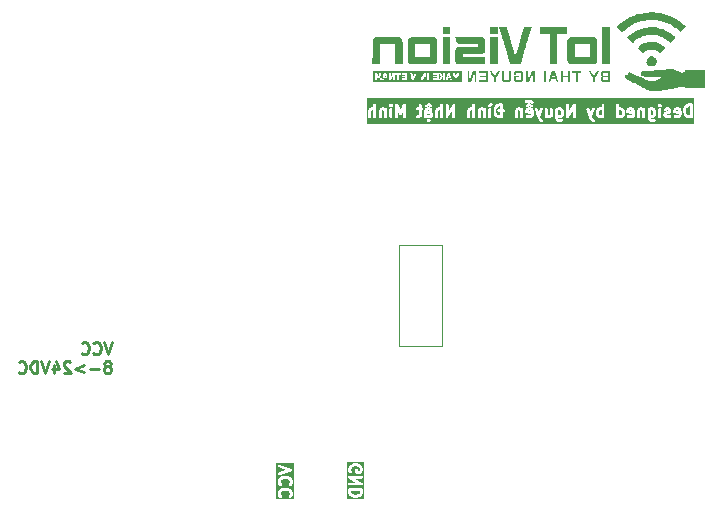
<source format=gbr>
%TF.GenerationSoftware,KiCad,Pcbnew,8.0.6*%
%TF.CreationDate,2025-05-12T11:17:16+07:00*%
%TF.ProjectId,DATN,4441544e-2e6b-4696-9361-645f70636258,rev?*%
%TF.SameCoordinates,Original*%
%TF.FileFunction,Legend,Bot*%
%TF.FilePolarity,Positive*%
%FSLAX46Y46*%
G04 Gerber Fmt 4.6, Leading zero omitted, Abs format (unit mm)*
G04 Created by KiCad (PCBNEW 8.0.6) date 2025-05-12 11:17:16*
%MOMM*%
%LPD*%
G01*
G04 APERTURE LIST*
%ADD10C,0.250000*%
%ADD11C,0.000000*%
%ADD12C,0.120000*%
G04 APERTURE END LIST*
D10*
G36*
X101179619Y-116737520D02*
G01*
X101147746Y-116833138D01*
X101087715Y-116893169D01*
X101022896Y-116925579D01*
X100860658Y-116966139D01*
X100748579Y-116966139D01*
X100586342Y-116925579D01*
X100521519Y-116893168D01*
X100461491Y-116833140D01*
X100429619Y-116737522D01*
X100429619Y-116644711D01*
X101179619Y-116644711D01*
X101179619Y-116737520D01*
G37*
G36*
X101554619Y-117341139D02*
G01*
X100054619Y-117341139D01*
X100054619Y-116519711D01*
X100179619Y-116519711D01*
X100179619Y-116757806D01*
X100180834Y-116770149D01*
X100180601Y-116773440D01*
X100181585Y-116777769D01*
X100182021Y-116782192D01*
X100183284Y-116785243D01*
X100186034Y-116797334D01*
X100233652Y-116940191D01*
X100243643Y-116962566D01*
X100246586Y-116965959D01*
X100248305Y-116970109D01*
X100263850Y-116989051D01*
X100359088Y-117084289D01*
X100368673Y-117092155D01*
X100370837Y-117094650D01*
X100374598Y-117097017D01*
X100378030Y-117099834D01*
X100381077Y-117101096D01*
X100391574Y-117107704D01*
X100486812Y-117155323D01*
X100488597Y-117156006D01*
X100489322Y-117156543D01*
X100499551Y-117160198D01*
X100509698Y-117164081D01*
X100510597Y-117164144D01*
X100512397Y-117164788D01*
X100702873Y-117212407D01*
X100707102Y-117213032D01*
X100708804Y-117213737D01*
X100717983Y-117214641D01*
X100727113Y-117215991D01*
X100728935Y-117215719D01*
X100733190Y-117216139D01*
X100876047Y-117216139D01*
X100880301Y-117215719D01*
X100882123Y-117215991D01*
X100891251Y-117214641D01*
X100900433Y-117213737D01*
X100902134Y-117213032D01*
X100906364Y-117212407D01*
X101096840Y-117164788D01*
X101098639Y-117164144D01*
X101099539Y-117164081D01*
X101109685Y-117160198D01*
X101119915Y-117156543D01*
X101120639Y-117156006D01*
X101122425Y-117155323D01*
X101217662Y-117107705D01*
X101228156Y-117101098D01*
X101231207Y-117099835D01*
X101234643Y-117097014D01*
X101238400Y-117094650D01*
X101240560Y-117092158D01*
X101250149Y-117084290D01*
X101345388Y-116989052D01*
X101360933Y-116970110D01*
X101362652Y-116965958D01*
X101365595Y-116962566D01*
X101375585Y-116940191D01*
X101423204Y-116797335D01*
X101425953Y-116785241D01*
X101427217Y-116782192D01*
X101427652Y-116777770D01*
X101428637Y-116773441D01*
X101428403Y-116770149D01*
X101429619Y-116757806D01*
X101429619Y-116519711D01*
X101427217Y-116495325D01*
X101408553Y-116450265D01*
X101374065Y-116415777D01*
X101329005Y-116397113D01*
X101304619Y-116394711D01*
X100304619Y-116394711D01*
X100280233Y-116397113D01*
X100235173Y-116415777D01*
X100200685Y-116450265D01*
X100182021Y-116495325D01*
X100179619Y-116519711D01*
X100054619Y-116519711D01*
X100054619Y-115480822D01*
X100179924Y-115480822D01*
X100182021Y-115488511D01*
X100182021Y-115496478D01*
X100188382Y-115511835D01*
X100192757Y-115527877D01*
X100197636Y-115534177D01*
X100200685Y-115541538D01*
X100212440Y-115553293D01*
X100222620Y-115566438D01*
X100232838Y-115573691D01*
X100235173Y-115576026D01*
X100237464Y-115576975D01*
X100242602Y-115580622D01*
X100833923Y-115918520D01*
X100304619Y-115918520D01*
X100280233Y-115920922D01*
X100235173Y-115939586D01*
X100200685Y-115974074D01*
X100182021Y-116019134D01*
X100182021Y-116067906D01*
X100200685Y-116112966D01*
X100235173Y-116147454D01*
X100280233Y-116166118D01*
X100304619Y-116168520D01*
X101304619Y-116168520D01*
X101310890Y-116167902D01*
X101313350Y-116168215D01*
X101316535Y-116167346D01*
X101329005Y-116166118D01*
X101344361Y-116159757D01*
X101360404Y-116155382D01*
X101366704Y-116150502D01*
X101374065Y-116147454D01*
X101385820Y-116135698D01*
X101398965Y-116125519D01*
X101402918Y-116118600D01*
X101408553Y-116112966D01*
X101414914Y-116097607D01*
X101423163Y-116083173D01*
X101424168Y-116075266D01*
X101427217Y-116067906D01*
X101427217Y-116051284D01*
X101429314Y-116034790D01*
X101427217Y-116027100D01*
X101427217Y-116019134D01*
X101420855Y-116003776D01*
X101416481Y-115987735D01*
X101411601Y-115981434D01*
X101408553Y-115974074D01*
X101396797Y-115962318D01*
X101386618Y-115949174D01*
X101376399Y-115941920D01*
X101374065Y-115939586D01*
X101371773Y-115938636D01*
X101366636Y-115934990D01*
X100775314Y-115597092D01*
X101304619Y-115597092D01*
X101329005Y-115594690D01*
X101374065Y-115576026D01*
X101408553Y-115541538D01*
X101427217Y-115496478D01*
X101427217Y-115447706D01*
X101408553Y-115402646D01*
X101374065Y-115368158D01*
X101329005Y-115349494D01*
X101304619Y-115347092D01*
X100304619Y-115347092D01*
X100298348Y-115347709D01*
X100295889Y-115347397D01*
X100292704Y-115348265D01*
X100280233Y-115349494D01*
X100264875Y-115355855D01*
X100248834Y-115360230D01*
X100242533Y-115365109D01*
X100235173Y-115368158D01*
X100223417Y-115379913D01*
X100210273Y-115390093D01*
X100206319Y-115397011D01*
X100200685Y-115402646D01*
X100194323Y-115418004D01*
X100186075Y-115432439D01*
X100185069Y-115440345D01*
X100182021Y-115447706D01*
X100182021Y-115464327D01*
X100179924Y-115480822D01*
X100054619Y-115480822D01*
X100054619Y-114757806D01*
X100179619Y-114757806D01*
X100179619Y-114900663D01*
X100182021Y-114925049D01*
X100183739Y-114929197D01*
X100184058Y-114933679D01*
X100192816Y-114956565D01*
X100240434Y-115051802D01*
X100253489Y-115072540D01*
X100290334Y-115104496D01*
X100336604Y-115119919D01*
X100385254Y-115116461D01*
X100428877Y-115094650D01*
X100460833Y-115057805D01*
X100476256Y-115011534D01*
X100472799Y-114962885D01*
X100464041Y-114939999D01*
X100429619Y-114871155D01*
X100429619Y-114778089D01*
X100461491Y-114682471D01*
X100521519Y-114622443D01*
X100586342Y-114590032D01*
X100748579Y-114549473D01*
X100860658Y-114549473D01*
X101022896Y-114590032D01*
X101087715Y-114622442D01*
X101147746Y-114682473D01*
X101179619Y-114778091D01*
X101179619Y-114832758D01*
X101151032Y-114918520D01*
X101001047Y-114918520D01*
X101001047Y-114853044D01*
X100998645Y-114828658D01*
X100979981Y-114783598D01*
X100945493Y-114749110D01*
X100900433Y-114730446D01*
X100851661Y-114730446D01*
X100806601Y-114749110D01*
X100772113Y-114783598D01*
X100753449Y-114828658D01*
X100751047Y-114853044D01*
X100751047Y-115043520D01*
X100753449Y-115067905D01*
X100753449Y-115067906D01*
X100772113Y-115112966D01*
X100806601Y-115147454D01*
X100851661Y-115166118D01*
X100876047Y-115168520D01*
X101209380Y-115168520D01*
X101233766Y-115166118D01*
X101278826Y-115147454D01*
X101278830Y-115147449D01*
X101297767Y-115131909D01*
X101345387Y-115084290D01*
X101360933Y-115065349D01*
X101362653Y-115061195D01*
X101365595Y-115057804D01*
X101375585Y-115035429D01*
X101423204Y-114892573D01*
X101425953Y-114880479D01*
X101427217Y-114877430D01*
X101427652Y-114873008D01*
X101428637Y-114868679D01*
X101428403Y-114865387D01*
X101429619Y-114853044D01*
X101429619Y-114757806D01*
X101428403Y-114745462D01*
X101428637Y-114742171D01*
X101427652Y-114737841D01*
X101427217Y-114733420D01*
X101425953Y-114730370D01*
X101423204Y-114718277D01*
X101375585Y-114575421D01*
X101365595Y-114553046D01*
X101362652Y-114549653D01*
X101360933Y-114545502D01*
X101345388Y-114526560D01*
X101250149Y-114431322D01*
X101240560Y-114423453D01*
X101238400Y-114420962D01*
X101234643Y-114418597D01*
X101231207Y-114415777D01*
X101228156Y-114414513D01*
X101217662Y-114407907D01*
X101122425Y-114360289D01*
X101120639Y-114359605D01*
X101119915Y-114359069D01*
X101109685Y-114355413D01*
X101099539Y-114351531D01*
X101098639Y-114351467D01*
X101096840Y-114350824D01*
X100906364Y-114303205D01*
X100902134Y-114302579D01*
X100900433Y-114301875D01*
X100891251Y-114300970D01*
X100882123Y-114299621D01*
X100880301Y-114299892D01*
X100876047Y-114299473D01*
X100733190Y-114299473D01*
X100728935Y-114299892D01*
X100727113Y-114299621D01*
X100717983Y-114300970D01*
X100708804Y-114301875D01*
X100707102Y-114302579D01*
X100702873Y-114303205D01*
X100512397Y-114350824D01*
X100510597Y-114351467D01*
X100509698Y-114351531D01*
X100499551Y-114355413D01*
X100489322Y-114359069D01*
X100488597Y-114359605D01*
X100486812Y-114360289D01*
X100391574Y-114407908D01*
X100381077Y-114414515D01*
X100378030Y-114415778D01*
X100374598Y-114418594D01*
X100370837Y-114420962D01*
X100368673Y-114423456D01*
X100359088Y-114431323D01*
X100263850Y-114526561D01*
X100248305Y-114545503D01*
X100246586Y-114549652D01*
X100243643Y-114553046D01*
X100233652Y-114575421D01*
X100186034Y-114718278D01*
X100183284Y-114730368D01*
X100182021Y-114733420D01*
X100181585Y-114737842D01*
X100180601Y-114742172D01*
X100180834Y-114745462D01*
X100179619Y-114757806D01*
X100054619Y-114757806D01*
X100054619Y-114174473D01*
X101554619Y-114174473D01*
X101554619Y-117341139D01*
G37*
G36*
X95594619Y-117338737D02*
G01*
X94094619Y-117338737D01*
X94094619Y-116805425D01*
X94219619Y-116805425D01*
X94219619Y-116900663D01*
X94220834Y-116913006D01*
X94220601Y-116916297D01*
X94221585Y-116920626D01*
X94222021Y-116925049D01*
X94223284Y-116928100D01*
X94226034Y-116940191D01*
X94273652Y-117083048D01*
X94283643Y-117105423D01*
X94286586Y-117108816D01*
X94288305Y-117112966D01*
X94303850Y-117131908D01*
X94351468Y-117179527D01*
X94370410Y-117195072D01*
X94415470Y-117213737D01*
X94464243Y-117213737D01*
X94509303Y-117195072D01*
X94543790Y-117160585D01*
X94562455Y-117115525D01*
X94562455Y-117066752D01*
X94543790Y-117021692D01*
X94528245Y-117002750D01*
X94501491Y-116975997D01*
X94469619Y-116880379D01*
X94469619Y-116825708D01*
X94501491Y-116730090D01*
X94561519Y-116670062D01*
X94626342Y-116637651D01*
X94788579Y-116597092D01*
X94900658Y-116597092D01*
X95062896Y-116637651D01*
X95127715Y-116670061D01*
X95187746Y-116730092D01*
X95219619Y-116825710D01*
X95219619Y-116880377D01*
X95187746Y-116975996D01*
X95160993Y-117002750D01*
X95145447Y-117021692D01*
X95126782Y-117066751D01*
X95126782Y-117115524D01*
X95145446Y-117160584D01*
X95179933Y-117195072D01*
X95224992Y-117213737D01*
X95273765Y-117213737D01*
X95318825Y-117195073D01*
X95337767Y-117179528D01*
X95385387Y-117131909D01*
X95400933Y-117112968D01*
X95402653Y-117108814D01*
X95405595Y-117105423D01*
X95415585Y-117083048D01*
X95463204Y-116940192D01*
X95465953Y-116928098D01*
X95467217Y-116925049D01*
X95467652Y-116920627D01*
X95468637Y-116916298D01*
X95468403Y-116913006D01*
X95469619Y-116900663D01*
X95469619Y-116805425D01*
X95468403Y-116793081D01*
X95468637Y-116789790D01*
X95467652Y-116785460D01*
X95467217Y-116781039D01*
X95465953Y-116777989D01*
X95463204Y-116765896D01*
X95415585Y-116623040D01*
X95405595Y-116600665D01*
X95402652Y-116597272D01*
X95400933Y-116593121D01*
X95385388Y-116574179D01*
X95290149Y-116478941D01*
X95280560Y-116471072D01*
X95278400Y-116468581D01*
X95274643Y-116466216D01*
X95271207Y-116463396D01*
X95268156Y-116462132D01*
X95257662Y-116455526D01*
X95162425Y-116407908D01*
X95160639Y-116407224D01*
X95159915Y-116406688D01*
X95149685Y-116403032D01*
X95139539Y-116399150D01*
X95138639Y-116399086D01*
X95136840Y-116398443D01*
X94946364Y-116350824D01*
X94942134Y-116350198D01*
X94940433Y-116349494D01*
X94931251Y-116348589D01*
X94922123Y-116347240D01*
X94920301Y-116347511D01*
X94916047Y-116347092D01*
X94773190Y-116347092D01*
X94768935Y-116347511D01*
X94767113Y-116347240D01*
X94757983Y-116348589D01*
X94748804Y-116349494D01*
X94747102Y-116350198D01*
X94742873Y-116350824D01*
X94552397Y-116398443D01*
X94550597Y-116399086D01*
X94549698Y-116399150D01*
X94539551Y-116403032D01*
X94529322Y-116406688D01*
X94528597Y-116407224D01*
X94526812Y-116407908D01*
X94431574Y-116455527D01*
X94421077Y-116462134D01*
X94418030Y-116463397D01*
X94414598Y-116466213D01*
X94410837Y-116468581D01*
X94408673Y-116471075D01*
X94399088Y-116478942D01*
X94303850Y-116574180D01*
X94288305Y-116593122D01*
X94286586Y-116597271D01*
X94283643Y-116600665D01*
X94273652Y-116623040D01*
X94226034Y-116765897D01*
X94223284Y-116777987D01*
X94222021Y-116781039D01*
X94221585Y-116785461D01*
X94220601Y-116789791D01*
X94220834Y-116793081D01*
X94219619Y-116805425D01*
X94094619Y-116805425D01*
X94094619Y-115805425D01*
X94219619Y-115805425D01*
X94219619Y-115900663D01*
X94220834Y-115913006D01*
X94220601Y-115916297D01*
X94221585Y-115920626D01*
X94222021Y-115925049D01*
X94223284Y-115928100D01*
X94226034Y-115940191D01*
X94273652Y-116083048D01*
X94283643Y-116105423D01*
X94286586Y-116108816D01*
X94288305Y-116112966D01*
X94303850Y-116131908D01*
X94351468Y-116179527D01*
X94370410Y-116195072D01*
X94415470Y-116213737D01*
X94464243Y-116213737D01*
X94509303Y-116195072D01*
X94543790Y-116160585D01*
X94562455Y-116115525D01*
X94562455Y-116066752D01*
X94543790Y-116021692D01*
X94528245Y-116002750D01*
X94501491Y-115975997D01*
X94469619Y-115880379D01*
X94469619Y-115825708D01*
X94501491Y-115730090D01*
X94561519Y-115670062D01*
X94626342Y-115637651D01*
X94788579Y-115597092D01*
X94900658Y-115597092D01*
X95062896Y-115637651D01*
X95127715Y-115670061D01*
X95187746Y-115730092D01*
X95219619Y-115825710D01*
X95219619Y-115880377D01*
X95187746Y-115975996D01*
X95160993Y-116002750D01*
X95145447Y-116021692D01*
X95126782Y-116066751D01*
X95126782Y-116115524D01*
X95145446Y-116160584D01*
X95179933Y-116195072D01*
X95224992Y-116213737D01*
X95273765Y-116213737D01*
X95318825Y-116195073D01*
X95337767Y-116179528D01*
X95385387Y-116131909D01*
X95400933Y-116112968D01*
X95402653Y-116108814D01*
X95405595Y-116105423D01*
X95415585Y-116083048D01*
X95463204Y-115940192D01*
X95465953Y-115928098D01*
X95467217Y-115925049D01*
X95467652Y-115920627D01*
X95468637Y-115916298D01*
X95468403Y-115913006D01*
X95469619Y-115900663D01*
X95469619Y-115805425D01*
X95468403Y-115793081D01*
X95468637Y-115789790D01*
X95467652Y-115785460D01*
X95467217Y-115781039D01*
X95465953Y-115777989D01*
X95463204Y-115765896D01*
X95415585Y-115623040D01*
X95405595Y-115600665D01*
X95402652Y-115597272D01*
X95400933Y-115593121D01*
X95385388Y-115574179D01*
X95290149Y-115478941D01*
X95280560Y-115471072D01*
X95278400Y-115468581D01*
X95274643Y-115466216D01*
X95271207Y-115463396D01*
X95268156Y-115462132D01*
X95257662Y-115455526D01*
X95162425Y-115407908D01*
X95160639Y-115407224D01*
X95159915Y-115406688D01*
X95149685Y-115403032D01*
X95139539Y-115399150D01*
X95138639Y-115399086D01*
X95136840Y-115398443D01*
X94946364Y-115350824D01*
X94942134Y-115350198D01*
X94940433Y-115349494D01*
X94931251Y-115348589D01*
X94922123Y-115347240D01*
X94920301Y-115347511D01*
X94916047Y-115347092D01*
X94773190Y-115347092D01*
X94768935Y-115347511D01*
X94767113Y-115347240D01*
X94757983Y-115348589D01*
X94748804Y-115349494D01*
X94747102Y-115350198D01*
X94742873Y-115350824D01*
X94552397Y-115398443D01*
X94550597Y-115399086D01*
X94549698Y-115399150D01*
X94539551Y-115403032D01*
X94529322Y-115406688D01*
X94528597Y-115407224D01*
X94526812Y-115407908D01*
X94431574Y-115455527D01*
X94421077Y-115462134D01*
X94418030Y-115463397D01*
X94414598Y-115466213D01*
X94410837Y-115468581D01*
X94408673Y-115471075D01*
X94399088Y-115478942D01*
X94303850Y-115574180D01*
X94288305Y-115593122D01*
X94286586Y-115597271D01*
X94283643Y-115600665D01*
X94273652Y-115623040D01*
X94226034Y-115765897D01*
X94223284Y-115777987D01*
X94222021Y-115781039D01*
X94221585Y-115785461D01*
X94220601Y-115789791D01*
X94220834Y-115793081D01*
X94219619Y-115805425D01*
X94094619Y-115805425D01*
X94094619Y-114504077D01*
X94220601Y-114504077D01*
X94224058Y-114552726D01*
X94245870Y-114596351D01*
X94282716Y-114628306D01*
X94305091Y-114638296D01*
X94949335Y-114853044D01*
X94305091Y-115067792D01*
X94282716Y-115077782D01*
X94245870Y-115109737D01*
X94224058Y-115153362D01*
X94220601Y-115202011D01*
X94236024Y-115248280D01*
X94267979Y-115285126D01*
X94311604Y-115306938D01*
X94360253Y-115310395D01*
X94384147Y-115304962D01*
X95384147Y-114971630D01*
X95406522Y-114961639D01*
X95413269Y-114955787D01*
X95421258Y-114951793D01*
X95431524Y-114939955D01*
X95443368Y-114929684D01*
X95447363Y-114921692D01*
X95453214Y-114914947D01*
X95458169Y-114900082D01*
X95465180Y-114886060D01*
X95465813Y-114877149D01*
X95468637Y-114868678D01*
X95467526Y-114853044D01*
X95468637Y-114837410D01*
X95465813Y-114828938D01*
X95465180Y-114820028D01*
X95458169Y-114806006D01*
X95453214Y-114791141D01*
X95447363Y-114784395D01*
X95443368Y-114776404D01*
X95431524Y-114766132D01*
X95421258Y-114754295D01*
X95413269Y-114750300D01*
X95406522Y-114744449D01*
X95384147Y-114734458D01*
X94384147Y-114401126D01*
X94360253Y-114395693D01*
X94311604Y-114399150D01*
X94267979Y-114420962D01*
X94236024Y-114457808D01*
X94220601Y-114504077D01*
X94094619Y-114504077D01*
X94094619Y-114270693D01*
X95594619Y-114270693D01*
X95594619Y-117338737D01*
G37*
X80180288Y-104044675D02*
X79846955Y-105044675D01*
X79846955Y-105044675D02*
X79513622Y-104044675D01*
X78608860Y-104949436D02*
X78656479Y-104997056D01*
X78656479Y-104997056D02*
X78799336Y-105044675D01*
X78799336Y-105044675D02*
X78894574Y-105044675D01*
X78894574Y-105044675D02*
X79037431Y-104997056D01*
X79037431Y-104997056D02*
X79132669Y-104901817D01*
X79132669Y-104901817D02*
X79180288Y-104806579D01*
X79180288Y-104806579D02*
X79227907Y-104616103D01*
X79227907Y-104616103D02*
X79227907Y-104473246D01*
X79227907Y-104473246D02*
X79180288Y-104282770D01*
X79180288Y-104282770D02*
X79132669Y-104187532D01*
X79132669Y-104187532D02*
X79037431Y-104092294D01*
X79037431Y-104092294D02*
X78894574Y-104044675D01*
X78894574Y-104044675D02*
X78799336Y-104044675D01*
X78799336Y-104044675D02*
X78656479Y-104092294D01*
X78656479Y-104092294D02*
X78608860Y-104139913D01*
X77608860Y-104949436D02*
X77656479Y-104997056D01*
X77656479Y-104997056D02*
X77799336Y-105044675D01*
X77799336Y-105044675D02*
X77894574Y-105044675D01*
X77894574Y-105044675D02*
X78037431Y-104997056D01*
X78037431Y-104997056D02*
X78132669Y-104901817D01*
X78132669Y-104901817D02*
X78180288Y-104806579D01*
X78180288Y-104806579D02*
X78227907Y-104616103D01*
X78227907Y-104616103D02*
X78227907Y-104473246D01*
X78227907Y-104473246D02*
X78180288Y-104282770D01*
X78180288Y-104282770D02*
X78132669Y-104187532D01*
X78132669Y-104187532D02*
X78037431Y-104092294D01*
X78037431Y-104092294D02*
X77894574Y-104044675D01*
X77894574Y-104044675D02*
X77799336Y-104044675D01*
X77799336Y-104044675D02*
X77656479Y-104092294D01*
X77656479Y-104092294D02*
X77608860Y-104139913D01*
X79894574Y-106083190D02*
X79989812Y-106035571D01*
X79989812Y-106035571D02*
X80037431Y-105987952D01*
X80037431Y-105987952D02*
X80085050Y-105892714D01*
X80085050Y-105892714D02*
X80085050Y-105845095D01*
X80085050Y-105845095D02*
X80037431Y-105749857D01*
X80037431Y-105749857D02*
X79989812Y-105702238D01*
X79989812Y-105702238D02*
X79894574Y-105654619D01*
X79894574Y-105654619D02*
X79704098Y-105654619D01*
X79704098Y-105654619D02*
X79608860Y-105702238D01*
X79608860Y-105702238D02*
X79561241Y-105749857D01*
X79561241Y-105749857D02*
X79513622Y-105845095D01*
X79513622Y-105845095D02*
X79513622Y-105892714D01*
X79513622Y-105892714D02*
X79561241Y-105987952D01*
X79561241Y-105987952D02*
X79608860Y-106035571D01*
X79608860Y-106035571D02*
X79704098Y-106083190D01*
X79704098Y-106083190D02*
X79894574Y-106083190D01*
X79894574Y-106083190D02*
X79989812Y-106130809D01*
X79989812Y-106130809D02*
X80037431Y-106178428D01*
X80037431Y-106178428D02*
X80085050Y-106273666D01*
X80085050Y-106273666D02*
X80085050Y-106464142D01*
X80085050Y-106464142D02*
X80037431Y-106559380D01*
X80037431Y-106559380D02*
X79989812Y-106607000D01*
X79989812Y-106607000D02*
X79894574Y-106654619D01*
X79894574Y-106654619D02*
X79704098Y-106654619D01*
X79704098Y-106654619D02*
X79608860Y-106607000D01*
X79608860Y-106607000D02*
X79561241Y-106559380D01*
X79561241Y-106559380D02*
X79513622Y-106464142D01*
X79513622Y-106464142D02*
X79513622Y-106273666D01*
X79513622Y-106273666D02*
X79561241Y-106178428D01*
X79561241Y-106178428D02*
X79608860Y-106130809D01*
X79608860Y-106130809D02*
X79704098Y-106083190D01*
X79085050Y-106273666D02*
X78323146Y-106273666D01*
X77846955Y-105987952D02*
X77085051Y-106273666D01*
X77085051Y-106273666D02*
X77846955Y-106559380D01*
X76656479Y-105749857D02*
X76608860Y-105702238D01*
X76608860Y-105702238D02*
X76513622Y-105654619D01*
X76513622Y-105654619D02*
X76275527Y-105654619D01*
X76275527Y-105654619D02*
X76180289Y-105702238D01*
X76180289Y-105702238D02*
X76132670Y-105749857D01*
X76132670Y-105749857D02*
X76085051Y-105845095D01*
X76085051Y-105845095D02*
X76085051Y-105940333D01*
X76085051Y-105940333D02*
X76132670Y-106083190D01*
X76132670Y-106083190D02*
X76704098Y-106654619D01*
X76704098Y-106654619D02*
X76085051Y-106654619D01*
X75227908Y-105987952D02*
X75227908Y-106654619D01*
X75466003Y-105607000D02*
X75704098Y-106321285D01*
X75704098Y-106321285D02*
X75085051Y-106321285D01*
X74846955Y-105654619D02*
X74513622Y-106654619D01*
X74513622Y-106654619D02*
X74180289Y-105654619D01*
X73846955Y-106654619D02*
X73846955Y-105654619D01*
X73846955Y-105654619D02*
X73608860Y-105654619D01*
X73608860Y-105654619D02*
X73466003Y-105702238D01*
X73466003Y-105702238D02*
X73370765Y-105797476D01*
X73370765Y-105797476D02*
X73323146Y-105892714D01*
X73323146Y-105892714D02*
X73275527Y-106083190D01*
X73275527Y-106083190D02*
X73275527Y-106226047D01*
X73275527Y-106226047D02*
X73323146Y-106416523D01*
X73323146Y-106416523D02*
X73370765Y-106511761D01*
X73370765Y-106511761D02*
X73466003Y-106607000D01*
X73466003Y-106607000D02*
X73608860Y-106654619D01*
X73608860Y-106654619D02*
X73846955Y-106654619D01*
X72275527Y-106559380D02*
X72323146Y-106607000D01*
X72323146Y-106607000D02*
X72466003Y-106654619D01*
X72466003Y-106654619D02*
X72561241Y-106654619D01*
X72561241Y-106654619D02*
X72704098Y-106607000D01*
X72704098Y-106607000D02*
X72799336Y-106511761D01*
X72799336Y-106511761D02*
X72846955Y-106416523D01*
X72846955Y-106416523D02*
X72894574Y-106226047D01*
X72894574Y-106226047D02*
X72894574Y-106083190D01*
X72894574Y-106083190D02*
X72846955Y-105892714D01*
X72846955Y-105892714D02*
X72799336Y-105797476D01*
X72799336Y-105797476D02*
X72704098Y-105702238D01*
X72704098Y-105702238D02*
X72561241Y-105654619D01*
X72561241Y-105654619D02*
X72466003Y-105654619D01*
X72466003Y-105654619D02*
X72323146Y-105702238D01*
X72323146Y-105702238D02*
X72275527Y-105749857D01*
G36*
X118149854Y-84435482D02*
G01*
X118168786Y-84454415D01*
X118194137Y-84505116D01*
X118194137Y-84731813D01*
X118168785Y-84782516D01*
X118149854Y-84801448D01*
X118099153Y-84826799D01*
X117967947Y-84826799D01*
X117967947Y-84410132D01*
X118099153Y-84410132D01*
X118149854Y-84435482D01*
G37*
G36*
X125959379Y-84435482D02*
G01*
X125978311Y-84454415D01*
X126003662Y-84505116D01*
X126003662Y-84731813D01*
X125978310Y-84782516D01*
X125959379Y-84801448D01*
X125908678Y-84826799D01*
X125777472Y-84826799D01*
X125777472Y-84410132D01*
X125908678Y-84410132D01*
X125959379Y-84435482D01*
G37*
G36*
X107083109Y-84711634D02*
G01*
X107098898Y-84743211D01*
X107098898Y-84779432D01*
X107083108Y-84811011D01*
X107051533Y-84826799D01*
X106872708Y-84826799D01*
X106872708Y-84695846D01*
X107051533Y-84695846D01*
X107083109Y-84711634D01*
G37*
G36*
X113051279Y-84302989D02*
G01*
X112938184Y-84302989D01*
X112913798Y-84305391D01*
X112868738Y-84324055D01*
X112834250Y-84358543D01*
X112815586Y-84403603D01*
X112815586Y-84452375D01*
X112834250Y-84497435D01*
X112868738Y-84531923D01*
X112913798Y-84550587D01*
X112938184Y-84552989D01*
X113051279Y-84552989D01*
X113051279Y-84826799D01*
X112958470Y-84826799D01*
X112862851Y-84794926D01*
X112802820Y-84734895D01*
X112770410Y-84670076D01*
X112729851Y-84507838D01*
X112729851Y-84395759D01*
X112770410Y-84233521D01*
X112802821Y-84168700D01*
X112862849Y-84108671D01*
X112958470Y-84076799D01*
X113051279Y-84076799D01*
X113051279Y-84302989D01*
G37*
G36*
X115606919Y-84425920D02*
G01*
X115622708Y-84457497D01*
X115622708Y-84465989D01*
X115415180Y-84424483D01*
X115443884Y-84410132D01*
X115575343Y-84410132D01*
X115606919Y-84425920D01*
G37*
G36*
X121622709Y-84826799D02*
G01*
X121491504Y-84826799D01*
X121440802Y-84801448D01*
X121421870Y-84782516D01*
X121396519Y-84731814D01*
X121396519Y-84505116D01*
X121421869Y-84454414D01*
X121440802Y-84435482D01*
X121491504Y-84410132D01*
X121622709Y-84410132D01*
X121622709Y-84826799D01*
G37*
G36*
X123292712Y-84435482D02*
G01*
X123311644Y-84454415D01*
X123336995Y-84505116D01*
X123336995Y-84731813D01*
X123311643Y-84782516D01*
X123292712Y-84801448D01*
X123242011Y-84826799D01*
X123110805Y-84826799D01*
X123110805Y-84410132D01*
X123242011Y-84410132D01*
X123292712Y-84435482D01*
G37*
G36*
X124178349Y-84425920D02*
G01*
X124194138Y-84457497D01*
X124194138Y-84465989D01*
X123986610Y-84424483D01*
X124015314Y-84410132D01*
X124146773Y-84410132D01*
X124178349Y-84425920D01*
G37*
G36*
X128130730Y-84425920D02*
G01*
X128146519Y-84457497D01*
X128146519Y-84465989D01*
X127938991Y-84424483D01*
X127967695Y-84410132D01*
X128099154Y-84410132D01*
X128130730Y-84425920D01*
G37*
G36*
X129098900Y-84826799D02*
G01*
X129006091Y-84826799D01*
X128910472Y-84794926D01*
X128850441Y-84734895D01*
X128818031Y-84670076D01*
X128777472Y-84507838D01*
X128777472Y-84395759D01*
X128818031Y-84233521D01*
X128850442Y-84168700D01*
X128910470Y-84108671D01*
X129006091Y-84076799D01*
X129098900Y-84076799D01*
X129098900Y-84826799D01*
G37*
G36*
X129473900Y-85535132D02*
G01*
X101735803Y-85535132D01*
X101735803Y-84427989D01*
X101860803Y-84427989D01*
X101860803Y-84951799D01*
X101863205Y-84976185D01*
X101881869Y-85021245D01*
X101916357Y-85055733D01*
X101961417Y-85074397D01*
X102010189Y-85074397D01*
X102055249Y-85055733D01*
X102089737Y-85021245D01*
X102108401Y-84976185D01*
X102110803Y-84951799D01*
X102110803Y-84457497D01*
X102126591Y-84425920D01*
X102158169Y-84410132D01*
X102242009Y-84410132D01*
X102289374Y-84433814D01*
X102289374Y-84951799D01*
X102291776Y-84976185D01*
X102310440Y-85021245D01*
X102344928Y-85055733D01*
X102389988Y-85074397D01*
X102438760Y-85074397D01*
X102483820Y-85055733D01*
X102518308Y-85021245D01*
X102536972Y-84976185D01*
X102539374Y-84951799D01*
X102539374Y-84427989D01*
X102765565Y-84427989D01*
X102765565Y-84951799D01*
X102767967Y-84976185D01*
X102786631Y-85021245D01*
X102821119Y-85055733D01*
X102866179Y-85074397D01*
X102914951Y-85074397D01*
X102960011Y-85055733D01*
X102994499Y-85021245D01*
X103013163Y-84976185D01*
X103015565Y-84951799D01*
X103015565Y-84457497D01*
X103031353Y-84425920D01*
X103062931Y-84410132D01*
X103146771Y-84410132D01*
X103194136Y-84433814D01*
X103194136Y-84951799D01*
X103196538Y-84976185D01*
X103215202Y-85021245D01*
X103249690Y-85055733D01*
X103294750Y-85074397D01*
X103343522Y-85074397D01*
X103388582Y-85055733D01*
X103423070Y-85021245D01*
X103441734Y-84976185D01*
X103444136Y-84951799D01*
X103444136Y-84285132D01*
X103441734Y-84260746D01*
X103423070Y-84215686D01*
X103388582Y-84181198D01*
X103343522Y-84162534D01*
X103294750Y-84162534D01*
X103249690Y-84181198D01*
X103249099Y-84181788D01*
X103232181Y-84173329D01*
X103209295Y-84164571D01*
X103204813Y-84164252D01*
X103200665Y-84162534D01*
X103176279Y-84160132D01*
X103033422Y-84160132D01*
X103009036Y-84162534D01*
X103004886Y-84164252D01*
X103000406Y-84164571D01*
X102977520Y-84173329D01*
X102882282Y-84220948D01*
X102878205Y-84223514D01*
X102876280Y-84224156D01*
X102873881Y-84226235D01*
X102861545Y-84234002D01*
X102851275Y-84245842D01*
X102839435Y-84256112D01*
X102831668Y-84268449D01*
X102829589Y-84270847D01*
X102828947Y-84272771D01*
X102826380Y-84276850D01*
X102778762Y-84372087D01*
X102770004Y-84394973D01*
X102769685Y-84399454D01*
X102767967Y-84403603D01*
X102765565Y-84427989D01*
X102539374Y-84427989D01*
X102539374Y-83975031D01*
X103625109Y-83975031D01*
X103625109Y-84023805D01*
X103643774Y-84068864D01*
X103659319Y-84087806D01*
X103706937Y-84135425D01*
X103725879Y-84150970D01*
X103725880Y-84150971D01*
X103747068Y-84159747D01*
X103762367Y-84166084D01*
X103725880Y-84181198D01*
X103691392Y-84215686D01*
X103672728Y-84260746D01*
X103670326Y-84285132D01*
X103670326Y-84951799D01*
X103672728Y-84976185D01*
X103691392Y-85021245D01*
X103725880Y-85055733D01*
X103770940Y-85074397D01*
X103819712Y-85074397D01*
X103864772Y-85055733D01*
X103899260Y-85021245D01*
X103917924Y-84976185D01*
X103920326Y-84951799D01*
X103920326Y-84285132D01*
X103917924Y-84260746D01*
X103899260Y-84215686D01*
X103864772Y-84181198D01*
X103828284Y-84166084D01*
X103833070Y-84164102D01*
X103864772Y-84150971D01*
X103864777Y-84150965D01*
X103883714Y-84135425D01*
X103931333Y-84087807D01*
X103946878Y-84068865D01*
X103965543Y-84023805D01*
X103965543Y-83975032D01*
X103965156Y-83974096D01*
X103955920Y-83951799D01*
X104146517Y-83951799D01*
X104146517Y-84951799D01*
X104148919Y-84976185D01*
X104167583Y-85021245D01*
X104202071Y-85055733D01*
X104247131Y-85074397D01*
X104295903Y-85074397D01*
X104340963Y-85055733D01*
X104375451Y-85021245D01*
X104394115Y-84976185D01*
X104396517Y-84951799D01*
X104396517Y-84515245D01*
X104491577Y-84718945D01*
X104496866Y-84727874D01*
X104497967Y-84730900D01*
X104499926Y-84733040D01*
X104504066Y-84740027D01*
X104518074Y-84752855D01*
X104530907Y-84766868D01*
X104535939Y-84769216D01*
X104540035Y-84772967D01*
X104557885Y-84779458D01*
X104575103Y-84787493D01*
X104580652Y-84787736D01*
X104585872Y-84789635D01*
X104604850Y-84788800D01*
X104623829Y-84789635D01*
X104629048Y-84787736D01*
X104634597Y-84787493D01*
X104651810Y-84779459D01*
X104669666Y-84772967D01*
X104673762Y-84769215D01*
X104678793Y-84766868D01*
X104691623Y-84752857D01*
X104705634Y-84740027D01*
X104709773Y-84733040D01*
X104711733Y-84730900D01*
X104712833Y-84727874D01*
X104718123Y-84718945D01*
X104813183Y-84515244D01*
X104813183Y-84951799D01*
X104815585Y-84976185D01*
X104834249Y-85021245D01*
X104868737Y-85055733D01*
X104913797Y-85074397D01*
X104962569Y-85074397D01*
X105007629Y-85055733D01*
X105042117Y-85021245D01*
X105060781Y-84976185D01*
X105063183Y-84951799D01*
X105063183Y-84260746D01*
X105910824Y-84260746D01*
X105910824Y-84309518D01*
X105929488Y-84354578D01*
X105963976Y-84389066D01*
X106009036Y-84407730D01*
X106033422Y-84410132D01*
X106146517Y-84410132D01*
X106146517Y-84779432D01*
X106130727Y-84811011D01*
X106099152Y-84826799D01*
X106033422Y-84826799D01*
X106009036Y-84829201D01*
X105963976Y-84847865D01*
X105929488Y-84882353D01*
X105910824Y-84927413D01*
X105910824Y-84976185D01*
X105929488Y-85021245D01*
X105963976Y-85055733D01*
X106009036Y-85074397D01*
X106033422Y-85076799D01*
X106128660Y-85076799D01*
X106153046Y-85074397D01*
X106157194Y-85072678D01*
X106161676Y-85072360D01*
X106184562Y-85063602D01*
X106279799Y-85015984D01*
X106283876Y-85013417D01*
X106285803Y-85012775D01*
X106288202Y-85010693D01*
X106300537Y-85002929D01*
X106310803Y-84991091D01*
X106322648Y-84980819D01*
X106330415Y-84968479D01*
X106332493Y-84966084D01*
X106333134Y-84964160D01*
X106335702Y-84960081D01*
X106383321Y-84864842D01*
X106392078Y-84841957D01*
X106392396Y-84837476D01*
X106394115Y-84833327D01*
X106396517Y-84808941D01*
X106396517Y-84427989D01*
X106622708Y-84427989D01*
X106622708Y-84951799D01*
X106625110Y-84976185D01*
X106643774Y-85021245D01*
X106678262Y-85055733D01*
X106723322Y-85074397D01*
X106772094Y-85074397D01*
X106792819Y-85065812D01*
X106809930Y-85072360D01*
X106814410Y-85072678D01*
X106818560Y-85074397D01*
X106842946Y-85076799D01*
X106938474Y-85076799D01*
X106916357Y-85085960D01*
X106916356Y-85085961D01*
X106897414Y-85101506D01*
X106849796Y-85149125D01*
X106834252Y-85168066D01*
X106834251Y-85168067D01*
X106815586Y-85213126D01*
X106815586Y-85261900D01*
X106834251Y-85306959D01*
X106849796Y-85325901D01*
X106897414Y-85373520D01*
X106916356Y-85389065D01*
X106916357Y-85389066D01*
X106935355Y-85396935D01*
X106961416Y-85407730D01*
X106961417Y-85407730D01*
X107010189Y-85407730D01*
X107010190Y-85407730D01*
X107023387Y-85402263D01*
X107055249Y-85389066D01*
X107055254Y-85389060D01*
X107074191Y-85373520D01*
X107121810Y-85325902D01*
X107137355Y-85306960D01*
X107156020Y-85261900D01*
X107156020Y-85213127D01*
X107152446Y-85204497D01*
X107137355Y-85168066D01*
X107121810Y-85149124D01*
X107074191Y-85101506D01*
X107055254Y-85085965D01*
X107055249Y-85085960D01*
X107033132Y-85076799D01*
X107081041Y-85076799D01*
X107105427Y-85074397D01*
X107109575Y-85072678D01*
X107114057Y-85072360D01*
X107136943Y-85063602D01*
X107232180Y-85015984D01*
X107236257Y-85013417D01*
X107238184Y-85012775D01*
X107240583Y-85010693D01*
X107252918Y-85002929D01*
X107263184Y-84991091D01*
X107275029Y-84980819D01*
X107282796Y-84968479D01*
X107284874Y-84966084D01*
X107285515Y-84964160D01*
X107288083Y-84960081D01*
X107335702Y-84864842D01*
X107344459Y-84841957D01*
X107344777Y-84837476D01*
X107346496Y-84833327D01*
X107348898Y-84808941D01*
X107348898Y-84713703D01*
X107346496Y-84689317D01*
X107344777Y-84685167D01*
X107344459Y-84680687D01*
X107335701Y-84657801D01*
X107288082Y-84562563D01*
X107285515Y-84558486D01*
X107284874Y-84556561D01*
X107282794Y-84554162D01*
X107275028Y-84541826D01*
X107263187Y-84531556D01*
X107252918Y-84519716D01*
X107240580Y-84511949D01*
X107238183Y-84509870D01*
X107236258Y-84509228D01*
X107232180Y-84506661D01*
X107136943Y-84459043D01*
X107114057Y-84450285D01*
X107109575Y-84449966D01*
X107105427Y-84448248D01*
X107081041Y-84445846D01*
X106878533Y-84445846D01*
X106888496Y-84425920D01*
X106920074Y-84410132D01*
X107051533Y-84410132D01*
X107120377Y-84444554D01*
X107143263Y-84453312D01*
X107191912Y-84456769D01*
X107238183Y-84441346D01*
X107253584Y-84427989D01*
X107527470Y-84427989D01*
X107527470Y-84951799D01*
X107529872Y-84976185D01*
X107548536Y-85021245D01*
X107583024Y-85055733D01*
X107628084Y-85074397D01*
X107676856Y-85074397D01*
X107721916Y-85055733D01*
X107756404Y-85021245D01*
X107775068Y-84976185D01*
X107777470Y-84951799D01*
X107777470Y-84457497D01*
X107793258Y-84425920D01*
X107824836Y-84410132D01*
X107908676Y-84410132D01*
X107956041Y-84433814D01*
X107956041Y-84951799D01*
X107958443Y-84976185D01*
X107977107Y-85021245D01*
X108011595Y-85055733D01*
X108056655Y-85074397D01*
X108105427Y-85074397D01*
X108150487Y-85055733D01*
X108184975Y-85021245D01*
X108203639Y-84976185D01*
X108206041Y-84951799D01*
X108206041Y-83951799D01*
X108432232Y-83951799D01*
X108432232Y-84951799D01*
X108432849Y-84958069D01*
X108432537Y-84960529D01*
X108433405Y-84963713D01*
X108434634Y-84976185D01*
X108440995Y-84991542D01*
X108445370Y-85007584D01*
X108450249Y-85013884D01*
X108453298Y-85021245D01*
X108465053Y-85033000D01*
X108475233Y-85046145D01*
X108482151Y-85050098D01*
X108487786Y-85055733D01*
X108503144Y-85062094D01*
X108517579Y-85070343D01*
X108525485Y-85071348D01*
X108532846Y-85074397D01*
X108549467Y-85074397D01*
X108565962Y-85076494D01*
X108573651Y-85074397D01*
X108581618Y-85074397D01*
X108596975Y-85068035D01*
X108613017Y-85063661D01*
X108619317Y-85058781D01*
X108626678Y-85055733D01*
X108638433Y-85043977D01*
X108651578Y-85033798D01*
X108658831Y-85023579D01*
X108661166Y-85021245D01*
X108662115Y-85018953D01*
X108665762Y-85013816D01*
X109003660Y-84422494D01*
X109003660Y-84951799D01*
X109006062Y-84976185D01*
X109024726Y-85021245D01*
X109059214Y-85055733D01*
X109104274Y-85074397D01*
X109153046Y-85074397D01*
X109198106Y-85055733D01*
X109232594Y-85021245D01*
X109251258Y-84976185D01*
X109253660Y-84951799D01*
X109253660Y-84427989D01*
X110241756Y-84427989D01*
X110241756Y-84951799D01*
X110244158Y-84976185D01*
X110262822Y-85021245D01*
X110297310Y-85055733D01*
X110342370Y-85074397D01*
X110391142Y-85074397D01*
X110436202Y-85055733D01*
X110470690Y-85021245D01*
X110489354Y-84976185D01*
X110491756Y-84951799D01*
X110491756Y-84457497D01*
X110507544Y-84425920D01*
X110539122Y-84410132D01*
X110622962Y-84410132D01*
X110670327Y-84433814D01*
X110670327Y-84951799D01*
X110672729Y-84976185D01*
X110691393Y-85021245D01*
X110725881Y-85055733D01*
X110770941Y-85074397D01*
X110819713Y-85074397D01*
X110864773Y-85055733D01*
X110899261Y-85021245D01*
X110917925Y-84976185D01*
X110920327Y-84951799D01*
X110920327Y-84427989D01*
X111146518Y-84427989D01*
X111146518Y-84951799D01*
X111148920Y-84976185D01*
X111167584Y-85021245D01*
X111202072Y-85055733D01*
X111247132Y-85074397D01*
X111295904Y-85074397D01*
X111340964Y-85055733D01*
X111375452Y-85021245D01*
X111394116Y-84976185D01*
X111396518Y-84951799D01*
X111396518Y-84457497D01*
X111412306Y-84425920D01*
X111443884Y-84410132D01*
X111527724Y-84410132D01*
X111575089Y-84433814D01*
X111575089Y-84951799D01*
X111577491Y-84976185D01*
X111596155Y-85021245D01*
X111630643Y-85055733D01*
X111675703Y-85074397D01*
X111724475Y-85074397D01*
X111769535Y-85055733D01*
X111804023Y-85021245D01*
X111822687Y-84976185D01*
X111825089Y-84951799D01*
X111825089Y-84285132D01*
X111822687Y-84260746D01*
X111804023Y-84215686D01*
X111769535Y-84181198D01*
X111724475Y-84162534D01*
X111675703Y-84162534D01*
X111630643Y-84181198D01*
X111630052Y-84181788D01*
X111613134Y-84173329D01*
X111590248Y-84164571D01*
X111585766Y-84164252D01*
X111581618Y-84162534D01*
X111557232Y-84160132D01*
X111414375Y-84160132D01*
X111389989Y-84162534D01*
X111385839Y-84164252D01*
X111381359Y-84164571D01*
X111358473Y-84173329D01*
X111263235Y-84220948D01*
X111259158Y-84223514D01*
X111257233Y-84224156D01*
X111254834Y-84226235D01*
X111242498Y-84234002D01*
X111232228Y-84245842D01*
X111220388Y-84256112D01*
X111212621Y-84268449D01*
X111210542Y-84270847D01*
X111209900Y-84272771D01*
X111207333Y-84276850D01*
X111159715Y-84372087D01*
X111150957Y-84394973D01*
X111150638Y-84399454D01*
X111148920Y-84403603D01*
X111146518Y-84427989D01*
X110920327Y-84427989D01*
X110920327Y-84022650D01*
X112006062Y-84022650D01*
X112006062Y-84071424D01*
X112024727Y-84116483D01*
X112059214Y-84150970D01*
X112104273Y-84169635D01*
X112134749Y-84169635D01*
X112106833Y-84181198D01*
X112072345Y-84215686D01*
X112053681Y-84260746D01*
X112051279Y-84285132D01*
X112051279Y-84951799D01*
X112053681Y-84976185D01*
X112072345Y-85021245D01*
X112106833Y-85055733D01*
X112151893Y-85074397D01*
X112200665Y-85074397D01*
X112245725Y-85055733D01*
X112280213Y-85021245D01*
X112298877Y-84976185D01*
X112301279Y-84951799D01*
X112301279Y-84380370D01*
X112479851Y-84380370D01*
X112479851Y-84523227D01*
X112480270Y-84527481D01*
X112479999Y-84529303D01*
X112481348Y-84538431D01*
X112482253Y-84547613D01*
X112482957Y-84549314D01*
X112483583Y-84553544D01*
X112531202Y-84744020D01*
X112531845Y-84745819D01*
X112531909Y-84746719D01*
X112535791Y-84756865D01*
X112539447Y-84767095D01*
X112539983Y-84767819D01*
X112540667Y-84769605D01*
X112588285Y-84864842D01*
X112594891Y-84875336D01*
X112596155Y-84878387D01*
X112598975Y-84881823D01*
X112601340Y-84885580D01*
X112603831Y-84887740D01*
X112611700Y-84897329D01*
X112706938Y-84992568D01*
X112725880Y-85008113D01*
X112730031Y-85009832D01*
X112733424Y-85012775D01*
X112755799Y-85022765D01*
X112898655Y-85070384D01*
X112910748Y-85073133D01*
X112913798Y-85074397D01*
X112918219Y-85074832D01*
X112922549Y-85075817D01*
X112925840Y-85075583D01*
X112938184Y-85076799D01*
X113176279Y-85076799D01*
X113200665Y-85074397D01*
X113245725Y-85055733D01*
X113280213Y-85021245D01*
X113298877Y-84976185D01*
X113301279Y-84951799D01*
X113301279Y-84552989D01*
X113319136Y-84552989D01*
X113343522Y-84550587D01*
X113388582Y-84531923D01*
X113423070Y-84497435D01*
X113441734Y-84452375D01*
X113441734Y-84427989D01*
X114289375Y-84427989D01*
X114289375Y-84951799D01*
X114291777Y-84976185D01*
X114310441Y-85021245D01*
X114344929Y-85055733D01*
X114389989Y-85074397D01*
X114438761Y-85074397D01*
X114483821Y-85055733D01*
X114518309Y-85021245D01*
X114536973Y-84976185D01*
X114539375Y-84951799D01*
X114539375Y-84457497D01*
X114555163Y-84425920D01*
X114586741Y-84410132D01*
X114670581Y-84410132D01*
X114717946Y-84433814D01*
X114717946Y-84951799D01*
X114720348Y-84976185D01*
X114739012Y-85021245D01*
X114773500Y-85055733D01*
X114818560Y-85074397D01*
X114867332Y-85074397D01*
X114912392Y-85055733D01*
X114946880Y-85021245D01*
X114965544Y-84976185D01*
X114967946Y-84951799D01*
X114967946Y-84427989D01*
X115146518Y-84427989D01*
X115146518Y-84523227D01*
X115148920Y-84547613D01*
X115153606Y-84558927D01*
X115155983Y-84570941D01*
X115162847Y-84581238D01*
X115167584Y-84592673D01*
X115176243Y-84601332D01*
X115183037Y-84611523D01*
X115193321Y-84618410D01*
X115202072Y-84627161D01*
X115213386Y-84631847D01*
X115223562Y-84638662D01*
X115247003Y-84645800D01*
X115622708Y-84720941D01*
X115622708Y-84779432D01*
X115606918Y-84811011D01*
X115575343Y-84826799D01*
X115443884Y-84826799D01*
X115375039Y-84792377D01*
X115352153Y-84783619D01*
X115303503Y-84780161D01*
X115257233Y-84795585D01*
X115220388Y-84827541D01*
X115198576Y-84871164D01*
X115195118Y-84919814D01*
X115210542Y-84966084D01*
X115242498Y-85002929D01*
X115263235Y-85015983D01*
X115358473Y-85063602D01*
X115381359Y-85072360D01*
X115385839Y-85072678D01*
X115389989Y-85074397D01*
X115414375Y-85076799D01*
X115604851Y-85076799D01*
X115629237Y-85074397D01*
X115633385Y-85072678D01*
X115637867Y-85072360D01*
X115660753Y-85063602D01*
X115755990Y-85015984D01*
X115760067Y-85013417D01*
X115761994Y-85012775D01*
X115764393Y-85010693D01*
X115776728Y-85002929D01*
X115786994Y-84991091D01*
X115798839Y-84980819D01*
X115806606Y-84968479D01*
X115808684Y-84966084D01*
X115809325Y-84964160D01*
X115811893Y-84960081D01*
X115859512Y-84864842D01*
X115868269Y-84841957D01*
X115868587Y-84837476D01*
X115870306Y-84833327D01*
X115872708Y-84808941D01*
X115872708Y-84427989D01*
X115870306Y-84403603D01*
X115868587Y-84399453D01*
X115868269Y-84394973D01*
X115859511Y-84372087D01*
X115825168Y-84303401D01*
X115957384Y-84303401D01*
X115963324Y-84327174D01*
X116201419Y-84993841D01*
X116202422Y-84995964D01*
X116203077Y-84998223D01*
X116298315Y-85236318D01*
X116309602Y-85258067D01*
X116310145Y-85258623D01*
X116310442Y-85259340D01*
X116325987Y-85278282D01*
X116373605Y-85325901D01*
X116383193Y-85333770D01*
X116385355Y-85336262D01*
X116389112Y-85338627D01*
X116392547Y-85341446D01*
X116395597Y-85342709D01*
X116406092Y-85349316D01*
X116501330Y-85396935D01*
X116524216Y-85405693D01*
X116572865Y-85409150D01*
X116619136Y-85393727D01*
X116655981Y-85361771D01*
X116677792Y-85318148D01*
X116681250Y-85269498D01*
X116665827Y-85223228D01*
X116633871Y-85186383D01*
X116613133Y-85173328D01*
X116536039Y-85134781D01*
X116520906Y-85119649D01*
X116452764Y-84949294D01*
X116674950Y-84327174D01*
X116680889Y-84303401D01*
X116679981Y-84285132D01*
X116813185Y-84285132D01*
X116813185Y-84951799D01*
X116815587Y-84976185D01*
X116834251Y-85021245D01*
X116868739Y-85055733D01*
X116913799Y-85074397D01*
X116962571Y-85074397D01*
X117007631Y-85055733D01*
X117008221Y-85055142D01*
X117025140Y-85063602D01*
X117048026Y-85072360D01*
X117052506Y-85072678D01*
X117056656Y-85074397D01*
X117081042Y-85076799D01*
X117223899Y-85076799D01*
X117248285Y-85074397D01*
X117252433Y-85072678D01*
X117256915Y-85072360D01*
X117279801Y-85063602D01*
X117375038Y-85015984D01*
X117379115Y-85013417D01*
X117381042Y-85012775D01*
X117383441Y-85010693D01*
X117395776Y-85002929D01*
X117406042Y-84991091D01*
X117417887Y-84980819D01*
X117425654Y-84968479D01*
X117427732Y-84966084D01*
X117428373Y-84964160D01*
X117430941Y-84960081D01*
X117478560Y-84864842D01*
X117487317Y-84841957D01*
X117487635Y-84837476D01*
X117489354Y-84833327D01*
X117491756Y-84808941D01*
X117491756Y-84285132D01*
X117717947Y-84285132D01*
X117717947Y-85094656D01*
X117720349Y-85119042D01*
X117722067Y-85123190D01*
X117722386Y-85127672D01*
X117731144Y-85150558D01*
X117778762Y-85245795D01*
X117785371Y-85256293D01*
X117786633Y-85259340D01*
X117789448Y-85262771D01*
X117791817Y-85266533D01*
X117794311Y-85268696D01*
X117802178Y-85278282D01*
X117849796Y-85325901D01*
X117859384Y-85333770D01*
X117861546Y-85336262D01*
X117865303Y-85338627D01*
X117868738Y-85341446D01*
X117871788Y-85342709D01*
X117882283Y-85349316D01*
X117977521Y-85396935D01*
X118000407Y-85405693D01*
X118004887Y-85406011D01*
X118009037Y-85407730D01*
X118033423Y-85410132D01*
X118176280Y-85410132D01*
X118200666Y-85407730D01*
X118204814Y-85406011D01*
X118209296Y-85405693D01*
X118232182Y-85396935D01*
X118327419Y-85349317D01*
X118348157Y-85336262D01*
X118380113Y-85299417D01*
X118395536Y-85253147D01*
X118392078Y-85204497D01*
X118370267Y-85160874D01*
X118333422Y-85128918D01*
X118287151Y-85113495D01*
X118238502Y-85116952D01*
X118215616Y-85125710D01*
X118146772Y-85160132D01*
X118062932Y-85160132D01*
X118012230Y-85134781D01*
X117993297Y-85115849D01*
X117973773Y-85076799D01*
X118128661Y-85076799D01*
X118153047Y-85074397D01*
X118157195Y-85072678D01*
X118161677Y-85072360D01*
X118184563Y-85063602D01*
X118279800Y-85015984D01*
X118290296Y-85009376D01*
X118293346Y-85008113D01*
X118296779Y-85005294D01*
X118300538Y-85002929D01*
X118302700Y-85000435D01*
X118312288Y-84992567D01*
X118359907Y-84944948D01*
X118367774Y-84935360D01*
X118370267Y-84933199D01*
X118372633Y-84929439D01*
X118375452Y-84926005D01*
X118376714Y-84922956D01*
X118383321Y-84912462D01*
X118430940Y-84817224D01*
X118439698Y-84794338D01*
X118440016Y-84789857D01*
X118441735Y-84785708D01*
X118444137Y-84761322D01*
X118444137Y-84475608D01*
X118441735Y-84451222D01*
X118440016Y-84447072D01*
X118439698Y-84442592D01*
X118430940Y-84419706D01*
X118383321Y-84324468D01*
X118376714Y-84313973D01*
X118375451Y-84310923D01*
X118372632Y-84307488D01*
X118370267Y-84303731D01*
X118367775Y-84301569D01*
X118359906Y-84291981D01*
X118312287Y-84244363D01*
X118302701Y-84236496D01*
X118300538Y-84234002D01*
X118296776Y-84231633D01*
X118293345Y-84228818D01*
X118290298Y-84227556D01*
X118279800Y-84220947D01*
X118184563Y-84173329D01*
X118161677Y-84164571D01*
X118157195Y-84164252D01*
X118153047Y-84162534D01*
X118128661Y-84160132D01*
X117938185Y-84160132D01*
X117913799Y-84162534D01*
X117909649Y-84164252D01*
X117905169Y-84164571D01*
X117888058Y-84171118D01*
X117867333Y-84162534D01*
X117818561Y-84162534D01*
X117773501Y-84181198D01*
X117739013Y-84215686D01*
X117720349Y-84260746D01*
X117717947Y-84285132D01*
X117491756Y-84285132D01*
X117489354Y-84260746D01*
X117470690Y-84215686D01*
X117436202Y-84181198D01*
X117391142Y-84162534D01*
X117342370Y-84162534D01*
X117297310Y-84181198D01*
X117262822Y-84215686D01*
X117244158Y-84260746D01*
X117241756Y-84285132D01*
X117241756Y-84779432D01*
X117225966Y-84811011D01*
X117194391Y-84826799D01*
X117110551Y-84826799D01*
X117063185Y-84803116D01*
X117063185Y-84285132D01*
X117060783Y-84260746D01*
X117042119Y-84215686D01*
X117007631Y-84181198D01*
X116962571Y-84162534D01*
X116913799Y-84162534D01*
X116868739Y-84181198D01*
X116834251Y-84215686D01*
X116815587Y-84260746D01*
X116813185Y-84285132D01*
X116679981Y-84285132D01*
X116678468Y-84254689D01*
X116657589Y-84210610D01*
X116621431Y-84177878D01*
X116575501Y-84161475D01*
X116526788Y-84163896D01*
X116482710Y-84184775D01*
X116449978Y-84220933D01*
X116439514Y-84243090D01*
X116319137Y-84580146D01*
X116198760Y-84243090D01*
X116188296Y-84220933D01*
X116155564Y-84184775D01*
X116111485Y-84163896D01*
X116062773Y-84161474D01*
X116016843Y-84177878D01*
X115980685Y-84210610D01*
X115959806Y-84254689D01*
X115957384Y-84303401D01*
X115825168Y-84303401D01*
X115811892Y-84276849D01*
X115809325Y-84272772D01*
X115808684Y-84270847D01*
X115806604Y-84268448D01*
X115798838Y-84256112D01*
X115786997Y-84245842D01*
X115776728Y-84234002D01*
X115764390Y-84226235D01*
X115761993Y-84224156D01*
X115760068Y-84223514D01*
X115755990Y-84220947D01*
X115660753Y-84173329D01*
X115637867Y-84164571D01*
X115633385Y-84164252D01*
X115629237Y-84162534D01*
X115604851Y-84160132D01*
X115414375Y-84160132D01*
X115389989Y-84162534D01*
X115385839Y-84164252D01*
X115381359Y-84164571D01*
X115358473Y-84173329D01*
X115263235Y-84220948D01*
X115259158Y-84223514D01*
X115257233Y-84224156D01*
X115254834Y-84226235D01*
X115242498Y-84234002D01*
X115232228Y-84245842D01*
X115220388Y-84256112D01*
X115212621Y-84268449D01*
X115210542Y-84270847D01*
X115209900Y-84272771D01*
X115207333Y-84276850D01*
X115159715Y-84372087D01*
X115150957Y-84394973D01*
X115150638Y-84399454D01*
X115148920Y-84403603D01*
X115146518Y-84427989D01*
X114967946Y-84427989D01*
X114967946Y-84285132D01*
X114965544Y-84260746D01*
X114946880Y-84215686D01*
X114912392Y-84181198D01*
X114867332Y-84162534D01*
X114818560Y-84162534D01*
X114773500Y-84181198D01*
X114772909Y-84181788D01*
X114755991Y-84173329D01*
X114733105Y-84164571D01*
X114728623Y-84164252D01*
X114724475Y-84162534D01*
X114700089Y-84160132D01*
X114557232Y-84160132D01*
X114532846Y-84162534D01*
X114528696Y-84164252D01*
X114524216Y-84164571D01*
X114501330Y-84173329D01*
X114406092Y-84220948D01*
X114402015Y-84223514D01*
X114400090Y-84224156D01*
X114397691Y-84226235D01*
X114385355Y-84234002D01*
X114375085Y-84245842D01*
X114363245Y-84256112D01*
X114355478Y-84268449D01*
X114353399Y-84270847D01*
X114352757Y-84272771D01*
X114350190Y-84276850D01*
X114302572Y-84372087D01*
X114293814Y-84394973D01*
X114293495Y-84399454D01*
X114291777Y-84403603D01*
X114289375Y-84427989D01*
X113441734Y-84427989D01*
X113441734Y-84403603D01*
X113423070Y-84358543D01*
X113388582Y-84324055D01*
X113343522Y-84305391D01*
X113319136Y-84302989D01*
X113301279Y-84302989D01*
X113301279Y-83951799D01*
X113298877Y-83927413D01*
X113280213Y-83882353D01*
X113245725Y-83847865D01*
X113200665Y-83829201D01*
X113176279Y-83826799D01*
X112938184Y-83826799D01*
X112925840Y-83828014D01*
X112922549Y-83827781D01*
X112918219Y-83828765D01*
X112913798Y-83829201D01*
X112910748Y-83830464D01*
X112898655Y-83833214D01*
X112755799Y-83880833D01*
X112733424Y-83890823D01*
X112730030Y-83893766D01*
X112725881Y-83895485D01*
X112706939Y-83911030D01*
X112611701Y-84006268D01*
X112603834Y-84015853D01*
X112601340Y-84018017D01*
X112598971Y-84021778D01*
X112596156Y-84025210D01*
X112594894Y-84028256D01*
X112588285Y-84038755D01*
X112540667Y-84133992D01*
X112539983Y-84135777D01*
X112539447Y-84136502D01*
X112535791Y-84146731D01*
X112531909Y-84156878D01*
X112531845Y-84157777D01*
X112531202Y-84159577D01*
X112483583Y-84350053D01*
X112482957Y-84354282D01*
X112482253Y-84355984D01*
X112481348Y-84365165D01*
X112479999Y-84374294D01*
X112480270Y-84376115D01*
X112479851Y-84380370D01*
X112301279Y-84380370D01*
X112301279Y-84285132D01*
X112298877Y-84260746D01*
X112280213Y-84215686D01*
X112245725Y-84181198D01*
X112200665Y-84162534D01*
X112170189Y-84162534D01*
X112198106Y-84150970D01*
X112217048Y-84135425D01*
X112359905Y-83992569D01*
X112375450Y-83973627D01*
X112394115Y-83928567D01*
X112394115Y-83879794D01*
X112375450Y-83834734D01*
X112340963Y-83800247D01*
X112295903Y-83781582D01*
X112247130Y-83781582D01*
X112202070Y-83800247D01*
X112183128Y-83815792D01*
X112040272Y-83958649D01*
X112024727Y-83977591D01*
X112006062Y-84022650D01*
X110920327Y-84022650D01*
X110920327Y-83951799D01*
X110917925Y-83927413D01*
X110899261Y-83882353D01*
X110864773Y-83847865D01*
X110819713Y-83829201D01*
X110770941Y-83829201D01*
X110725881Y-83847865D01*
X110691393Y-83882353D01*
X110672729Y-83927413D01*
X110670327Y-83951799D01*
X110670327Y-84161890D01*
X110652470Y-84160132D01*
X110509613Y-84160132D01*
X110485227Y-84162534D01*
X110481077Y-84164252D01*
X110476597Y-84164571D01*
X110453711Y-84173329D01*
X110358473Y-84220948D01*
X110354396Y-84223514D01*
X110352471Y-84224156D01*
X110350072Y-84226235D01*
X110337736Y-84234002D01*
X110327466Y-84245842D01*
X110315626Y-84256112D01*
X110307859Y-84268449D01*
X110305780Y-84270847D01*
X110305138Y-84272771D01*
X110302571Y-84276850D01*
X110254953Y-84372087D01*
X110246195Y-84394973D01*
X110245876Y-84399454D01*
X110244158Y-84403603D01*
X110241756Y-84427989D01*
X109253660Y-84427989D01*
X109253660Y-83951799D01*
X109253042Y-83945527D01*
X109253355Y-83943068D01*
X109252486Y-83939882D01*
X109251258Y-83927413D01*
X109244897Y-83912056D01*
X109240522Y-83896014D01*
X109235642Y-83889713D01*
X109232594Y-83882353D01*
X109220838Y-83870597D01*
X109210659Y-83857453D01*
X109203740Y-83853499D01*
X109198106Y-83847865D01*
X109182747Y-83841503D01*
X109168313Y-83833255D01*
X109160406Y-83832249D01*
X109153046Y-83829201D01*
X109136425Y-83829201D01*
X109119930Y-83827104D01*
X109112241Y-83829201D01*
X109104274Y-83829201D01*
X109088916Y-83835562D01*
X109072875Y-83839937D01*
X109066574Y-83844816D01*
X109059214Y-83847865D01*
X109047458Y-83859620D01*
X109034314Y-83869800D01*
X109027060Y-83880018D01*
X109024726Y-83882353D01*
X109023776Y-83884644D01*
X109020130Y-83889782D01*
X108682232Y-84481104D01*
X108682232Y-83951799D01*
X108679830Y-83927413D01*
X108661166Y-83882353D01*
X108626678Y-83847865D01*
X108581618Y-83829201D01*
X108532846Y-83829201D01*
X108487786Y-83847865D01*
X108453298Y-83882353D01*
X108434634Y-83927413D01*
X108432232Y-83951799D01*
X108206041Y-83951799D01*
X108203639Y-83927413D01*
X108184975Y-83882353D01*
X108150487Y-83847865D01*
X108105427Y-83829201D01*
X108056655Y-83829201D01*
X108011595Y-83847865D01*
X107977107Y-83882353D01*
X107958443Y-83927413D01*
X107956041Y-83951799D01*
X107956041Y-84161890D01*
X107938184Y-84160132D01*
X107795327Y-84160132D01*
X107770941Y-84162534D01*
X107766791Y-84164252D01*
X107762311Y-84164571D01*
X107739425Y-84173329D01*
X107644187Y-84220948D01*
X107640110Y-84223514D01*
X107638185Y-84224156D01*
X107635786Y-84226235D01*
X107623450Y-84234002D01*
X107613180Y-84245842D01*
X107601340Y-84256112D01*
X107593573Y-84268449D01*
X107591494Y-84270847D01*
X107590852Y-84272771D01*
X107588285Y-84276850D01*
X107540667Y-84372087D01*
X107531909Y-84394973D01*
X107531590Y-84399454D01*
X107529872Y-84403603D01*
X107527470Y-84427989D01*
X107253584Y-84427989D01*
X107275028Y-84409390D01*
X107296839Y-84365767D01*
X107300297Y-84317117D01*
X107284874Y-84270847D01*
X107252918Y-84234002D01*
X107232180Y-84220947D01*
X107136943Y-84173329D01*
X107114057Y-84164571D01*
X107109575Y-84164252D01*
X107105427Y-84162534D01*
X107081041Y-84160132D01*
X106890565Y-84160132D01*
X106866179Y-84162534D01*
X106862029Y-84164252D01*
X106857549Y-84164571D01*
X106834663Y-84173329D01*
X106739425Y-84220948D01*
X106735348Y-84223514D01*
X106733423Y-84224156D01*
X106731024Y-84226235D01*
X106718688Y-84234002D01*
X106708418Y-84245842D01*
X106696578Y-84256112D01*
X106688811Y-84268449D01*
X106686732Y-84270847D01*
X106686090Y-84272771D01*
X106683523Y-84276850D01*
X106635905Y-84372087D01*
X106627147Y-84394973D01*
X106626828Y-84399454D01*
X106625110Y-84403603D01*
X106622708Y-84427989D01*
X106396517Y-84427989D01*
X106396517Y-84410132D01*
X106414374Y-84410132D01*
X106438760Y-84407730D01*
X106483820Y-84389066D01*
X106518308Y-84354578D01*
X106536972Y-84309518D01*
X106536972Y-84260746D01*
X106518308Y-84215686D01*
X106483820Y-84181198D01*
X106438760Y-84162534D01*
X106414374Y-84160132D01*
X106396517Y-84160132D01*
X106396517Y-84053841D01*
X106670512Y-84053841D01*
X106682617Y-84101087D01*
X106711880Y-84140105D01*
X106753847Y-84164954D01*
X106802131Y-84171852D01*
X106849377Y-84159747D01*
X106870327Y-84147037D01*
X106985803Y-84060430D01*
X107101279Y-84147037D01*
X107122229Y-84159747D01*
X107169475Y-84171852D01*
X107217759Y-84164954D01*
X107259726Y-84140105D01*
X107288989Y-84101087D01*
X107301094Y-84053841D01*
X107294196Y-84005557D01*
X107269347Y-83963590D01*
X107251279Y-83947037D01*
X107060803Y-83804180D01*
X107039853Y-83791470D01*
X107033196Y-83789764D01*
X107027283Y-83786263D01*
X107009758Y-83783759D01*
X106992607Y-83779365D01*
X106985803Y-83780337D01*
X106978999Y-83779365D01*
X106961847Y-83783759D01*
X106944323Y-83786263D01*
X106938409Y-83789764D01*
X106931753Y-83791470D01*
X106910803Y-83804180D01*
X106720327Y-83947037D01*
X106702259Y-83963590D01*
X106677410Y-84005557D01*
X106670512Y-84053841D01*
X106396517Y-84053841D01*
X106396517Y-83951799D01*
X106394115Y-83927413D01*
X106375451Y-83882353D01*
X106340963Y-83847865D01*
X106295903Y-83829201D01*
X106247131Y-83829201D01*
X106202071Y-83847865D01*
X106167583Y-83882353D01*
X106148919Y-83927413D01*
X106146517Y-83951799D01*
X106146517Y-84160132D01*
X106033422Y-84160132D01*
X106009036Y-84162534D01*
X105963976Y-84181198D01*
X105929488Y-84215686D01*
X105910824Y-84260746D01*
X105063183Y-84260746D01*
X105063183Y-83951799D01*
X105061604Y-83935771D01*
X105061734Y-83932820D01*
X105061157Y-83931234D01*
X105060781Y-83927413D01*
X105052481Y-83907376D01*
X105045066Y-83886983D01*
X105043183Y-83884927D01*
X105042117Y-83882353D01*
X105026779Y-83867015D01*
X105012126Y-83851015D01*
X105009600Y-83849836D01*
X105007629Y-83847865D01*
X104987590Y-83839564D01*
X104967930Y-83830390D01*
X104965143Y-83830267D01*
X104962569Y-83829201D01*
X104940883Y-83829201D01*
X104919205Y-83828248D01*
X104916584Y-83829201D01*
X104913797Y-83829201D01*
X104893753Y-83837503D01*
X104873368Y-83844916D01*
X104871312Y-83846798D01*
X104868737Y-83847865D01*
X104853394Y-83863207D01*
X104837399Y-83877856D01*
X104835441Y-83881160D01*
X104834249Y-83882353D01*
X104833119Y-83885080D01*
X104824910Y-83898938D01*
X104604849Y-84370495D01*
X104384790Y-83898938D01*
X104376580Y-83885080D01*
X104375451Y-83882353D01*
X104374258Y-83881160D01*
X104372301Y-83877856D01*
X104356300Y-83863202D01*
X104340963Y-83847865D01*
X104338388Y-83846798D01*
X104336333Y-83844916D01*
X104315939Y-83837500D01*
X104295903Y-83829201D01*
X104293117Y-83829201D01*
X104290496Y-83828248D01*
X104268817Y-83829201D01*
X104247131Y-83829201D01*
X104244556Y-83830267D01*
X104241770Y-83830390D01*
X104222109Y-83839564D01*
X104202071Y-83847865D01*
X104200099Y-83849836D01*
X104197574Y-83851015D01*
X104182920Y-83867015D01*
X104167583Y-83882353D01*
X104166516Y-83884927D01*
X104164634Y-83886983D01*
X104157218Y-83907376D01*
X104148919Y-83927413D01*
X104148542Y-83931234D01*
X104147966Y-83932820D01*
X104148095Y-83935771D01*
X104146517Y-83951799D01*
X103955920Y-83951799D01*
X103946878Y-83929971D01*
X103931333Y-83911029D01*
X103883714Y-83863411D01*
X103864777Y-83847870D01*
X103864772Y-83847865D01*
X103832910Y-83834667D01*
X103819713Y-83829201D01*
X103819712Y-83829201D01*
X103770939Y-83829201D01*
X103757582Y-83834734D01*
X103725880Y-83847865D01*
X103725879Y-83847866D01*
X103706937Y-83863411D01*
X103659319Y-83911030D01*
X103643775Y-83929971D01*
X103643774Y-83929972D01*
X103625109Y-83975031D01*
X102539374Y-83975031D01*
X102539374Y-83951799D01*
X102536972Y-83927413D01*
X102518308Y-83882353D01*
X102483820Y-83847865D01*
X102438760Y-83829201D01*
X102389988Y-83829201D01*
X102344928Y-83847865D01*
X102310440Y-83882353D01*
X102291776Y-83927413D01*
X102289374Y-83951799D01*
X102289374Y-84161890D01*
X102271517Y-84160132D01*
X102128660Y-84160132D01*
X102104274Y-84162534D01*
X102100124Y-84164252D01*
X102095644Y-84164571D01*
X102072758Y-84173329D01*
X101977520Y-84220948D01*
X101973443Y-84223514D01*
X101971518Y-84224156D01*
X101969119Y-84226235D01*
X101956783Y-84234002D01*
X101946513Y-84245842D01*
X101934673Y-84256112D01*
X101926906Y-84268449D01*
X101924827Y-84270847D01*
X101924185Y-84272771D01*
X101921618Y-84276850D01*
X101874000Y-84372087D01*
X101865242Y-84394973D01*
X101864923Y-84399454D01*
X101863205Y-84403603D01*
X101860803Y-84427989D01*
X101735803Y-84427989D01*
X101735803Y-83594078D01*
X115148920Y-83594078D01*
X115148920Y-83642852D01*
X115167585Y-83687911D01*
X115183130Y-83706853D01*
X115230748Y-83754472D01*
X115240336Y-83762341D01*
X115242498Y-83764833D01*
X115246255Y-83767198D01*
X115249690Y-83770017D01*
X115252740Y-83771280D01*
X115263235Y-83777887D01*
X115358473Y-83825506D01*
X115381359Y-83834264D01*
X115390266Y-83834896D01*
X115392613Y-83835679D01*
X115244137Y-83947037D01*
X115226069Y-83963590D01*
X115201220Y-84005557D01*
X115194322Y-84053841D01*
X115206427Y-84101087D01*
X115235690Y-84140105D01*
X115277657Y-84164954D01*
X115325941Y-84171852D01*
X115373187Y-84159747D01*
X115394137Y-84147037D01*
X115509613Y-84060430D01*
X115625089Y-84147037D01*
X115646039Y-84159747D01*
X115693285Y-84171852D01*
X115741569Y-84164954D01*
X115783536Y-84140105D01*
X115812799Y-84101087D01*
X115824904Y-84053841D01*
X115818006Y-84005557D01*
X115793157Y-83963590D01*
X115780287Y-83951799D01*
X118622709Y-83951799D01*
X118622709Y-84951799D01*
X118623326Y-84958069D01*
X118623014Y-84960529D01*
X118623882Y-84963713D01*
X118625111Y-84976185D01*
X118631472Y-84991542D01*
X118635847Y-85007584D01*
X118640726Y-85013884D01*
X118643775Y-85021245D01*
X118655530Y-85033000D01*
X118665710Y-85046145D01*
X118672628Y-85050098D01*
X118678263Y-85055733D01*
X118693621Y-85062094D01*
X118708056Y-85070343D01*
X118715962Y-85071348D01*
X118723323Y-85074397D01*
X118739944Y-85074397D01*
X118756439Y-85076494D01*
X118764128Y-85074397D01*
X118772095Y-85074397D01*
X118787452Y-85068035D01*
X118803494Y-85063661D01*
X118809794Y-85058781D01*
X118817155Y-85055733D01*
X118828910Y-85043977D01*
X118842055Y-85033798D01*
X118849308Y-85023579D01*
X118851643Y-85021245D01*
X118852592Y-85018953D01*
X118856239Y-85013816D01*
X119194137Y-84422494D01*
X119194137Y-84951799D01*
X119196539Y-84976185D01*
X119215203Y-85021245D01*
X119249691Y-85055733D01*
X119294751Y-85074397D01*
X119343523Y-85074397D01*
X119388583Y-85055733D01*
X119423071Y-85021245D01*
X119441735Y-84976185D01*
X119444137Y-84951799D01*
X119444137Y-84303401D01*
X120338337Y-84303401D01*
X120344277Y-84327174D01*
X120582372Y-84993841D01*
X120583375Y-84995964D01*
X120584030Y-84998223D01*
X120679268Y-85236318D01*
X120690555Y-85258067D01*
X120691098Y-85258623D01*
X120691395Y-85259340D01*
X120706940Y-85278282D01*
X120754558Y-85325901D01*
X120764146Y-85333770D01*
X120766308Y-85336262D01*
X120770065Y-85338627D01*
X120773500Y-85341446D01*
X120776550Y-85342709D01*
X120787045Y-85349316D01*
X120882283Y-85396935D01*
X120905169Y-85405693D01*
X120953818Y-85409150D01*
X121000089Y-85393727D01*
X121036934Y-85361771D01*
X121058745Y-85318148D01*
X121062203Y-85269498D01*
X121046780Y-85223228D01*
X121014824Y-85186383D01*
X120994086Y-85173328D01*
X120916992Y-85134781D01*
X120901859Y-85119649D01*
X120833717Y-84949294D01*
X121002891Y-84475608D01*
X121146519Y-84475608D01*
X121146519Y-84761322D01*
X121148921Y-84785708D01*
X121150639Y-84789856D01*
X121150958Y-84794338D01*
X121159716Y-84817224D01*
X121207334Y-84912461D01*
X121213941Y-84922957D01*
X121215204Y-84926005D01*
X121218021Y-84929438D01*
X121220389Y-84933199D01*
X121222883Y-84935362D01*
X121230749Y-84944947D01*
X121278368Y-84992567D01*
X121287956Y-85000436D01*
X121290118Y-85002929D01*
X121293872Y-85005292D01*
X121297309Y-85008113D01*
X121300362Y-85009377D01*
X121310855Y-85015983D01*
X121406093Y-85063602D01*
X121428979Y-85072360D01*
X121433459Y-85072678D01*
X121437609Y-85074397D01*
X121461995Y-85076799D01*
X121652471Y-85076799D01*
X121676857Y-85074397D01*
X121681005Y-85072678D01*
X121685487Y-85072360D01*
X121702597Y-85065812D01*
X121723323Y-85074397D01*
X121772095Y-85074397D01*
X121817155Y-85055733D01*
X121851643Y-85021245D01*
X121870307Y-84976185D01*
X121872709Y-84951799D01*
X121872709Y-83951799D01*
X122860805Y-83951799D01*
X122860805Y-84951799D01*
X122863207Y-84976185D01*
X122881871Y-85021245D01*
X122916359Y-85055733D01*
X122961419Y-85074397D01*
X123010191Y-85074397D01*
X123030916Y-85065812D01*
X123048027Y-85072360D01*
X123052507Y-85072678D01*
X123056657Y-85074397D01*
X123081043Y-85076799D01*
X123271519Y-85076799D01*
X123295905Y-85074397D01*
X123300053Y-85072678D01*
X123304535Y-85072360D01*
X123327421Y-85063602D01*
X123422658Y-85015984D01*
X123433154Y-85009376D01*
X123436204Y-85008113D01*
X123439637Y-85005294D01*
X123443396Y-85002929D01*
X123445558Y-85000435D01*
X123455146Y-84992567D01*
X123502765Y-84944948D01*
X123510632Y-84935360D01*
X123513125Y-84933199D01*
X123515491Y-84929439D01*
X123518310Y-84926005D01*
X123519572Y-84922956D01*
X123526179Y-84912462D01*
X123573798Y-84817224D01*
X123582556Y-84794338D01*
X123582874Y-84789857D01*
X123584593Y-84785708D01*
X123586995Y-84761322D01*
X123586995Y-84475608D01*
X123584593Y-84451222D01*
X123582874Y-84447072D01*
X123582556Y-84442592D01*
X123576968Y-84427989D01*
X123717948Y-84427989D01*
X123717948Y-84523227D01*
X123720350Y-84547613D01*
X123725036Y-84558927D01*
X123727413Y-84570941D01*
X123734277Y-84581238D01*
X123739014Y-84592673D01*
X123747673Y-84601332D01*
X123754467Y-84611523D01*
X123764751Y-84618410D01*
X123773502Y-84627161D01*
X123784816Y-84631847D01*
X123794992Y-84638662D01*
X123818433Y-84645800D01*
X124194138Y-84720941D01*
X124194138Y-84779432D01*
X124178348Y-84811011D01*
X124146773Y-84826799D01*
X124015314Y-84826799D01*
X123946469Y-84792377D01*
X123923583Y-84783619D01*
X123874933Y-84780161D01*
X123828663Y-84795585D01*
X123791818Y-84827541D01*
X123770006Y-84871164D01*
X123766548Y-84919814D01*
X123781972Y-84966084D01*
X123813928Y-85002929D01*
X123834665Y-85015983D01*
X123929903Y-85063602D01*
X123952789Y-85072360D01*
X123957269Y-85072678D01*
X123961419Y-85074397D01*
X123985805Y-85076799D01*
X124176281Y-85076799D01*
X124200667Y-85074397D01*
X124204815Y-85072678D01*
X124209297Y-85072360D01*
X124232183Y-85063602D01*
X124327420Y-85015984D01*
X124331497Y-85013417D01*
X124333424Y-85012775D01*
X124335823Y-85010693D01*
X124348158Y-85002929D01*
X124358424Y-84991091D01*
X124370269Y-84980819D01*
X124378036Y-84968479D01*
X124380114Y-84966084D01*
X124380755Y-84964160D01*
X124383323Y-84960081D01*
X124430942Y-84864842D01*
X124439699Y-84841957D01*
X124440017Y-84837476D01*
X124441736Y-84833327D01*
X124444138Y-84808941D01*
X124444138Y-84427989D01*
X124622710Y-84427989D01*
X124622710Y-84951799D01*
X124625112Y-84976185D01*
X124643776Y-85021245D01*
X124678264Y-85055733D01*
X124723324Y-85074397D01*
X124772096Y-85074397D01*
X124817156Y-85055733D01*
X124851644Y-85021245D01*
X124870308Y-84976185D01*
X124872710Y-84951799D01*
X124872710Y-84457497D01*
X124888498Y-84425920D01*
X124920076Y-84410132D01*
X125003916Y-84410132D01*
X125051281Y-84433814D01*
X125051281Y-84951799D01*
X125053683Y-84976185D01*
X125072347Y-85021245D01*
X125106835Y-85055733D01*
X125151895Y-85074397D01*
X125200667Y-85074397D01*
X125245727Y-85055733D01*
X125280215Y-85021245D01*
X125298879Y-84976185D01*
X125301281Y-84951799D01*
X125301281Y-84285132D01*
X125527472Y-84285132D01*
X125527472Y-85094656D01*
X125529874Y-85119042D01*
X125531592Y-85123190D01*
X125531911Y-85127672D01*
X125540669Y-85150558D01*
X125588287Y-85245795D01*
X125594896Y-85256293D01*
X125596158Y-85259340D01*
X125598973Y-85262771D01*
X125601342Y-85266533D01*
X125603836Y-85268696D01*
X125611703Y-85278282D01*
X125659321Y-85325901D01*
X125668909Y-85333770D01*
X125671071Y-85336262D01*
X125674828Y-85338627D01*
X125678263Y-85341446D01*
X125681313Y-85342709D01*
X125691808Y-85349316D01*
X125787046Y-85396935D01*
X125809932Y-85405693D01*
X125814412Y-85406011D01*
X125818562Y-85407730D01*
X125842948Y-85410132D01*
X125985805Y-85410132D01*
X126010191Y-85407730D01*
X126014339Y-85406011D01*
X126018821Y-85405693D01*
X126041707Y-85396935D01*
X126136944Y-85349317D01*
X126157682Y-85336262D01*
X126189638Y-85299417D01*
X126205061Y-85253147D01*
X126201603Y-85204497D01*
X126179792Y-85160874D01*
X126142947Y-85128918D01*
X126096676Y-85113495D01*
X126048027Y-85116952D01*
X126025141Y-85125710D01*
X125956297Y-85160132D01*
X125872457Y-85160132D01*
X125821755Y-85134781D01*
X125802822Y-85115849D01*
X125783298Y-85076799D01*
X125938186Y-85076799D01*
X125962572Y-85074397D01*
X125966720Y-85072678D01*
X125971202Y-85072360D01*
X125994088Y-85063602D01*
X126089325Y-85015984D01*
X126099821Y-85009376D01*
X126102871Y-85008113D01*
X126106304Y-85005294D01*
X126110063Y-85002929D01*
X126112225Y-85000435D01*
X126121813Y-84992567D01*
X126169432Y-84944948D01*
X126177299Y-84935360D01*
X126179792Y-84933199D01*
X126182158Y-84929439D01*
X126184977Y-84926005D01*
X126186239Y-84922956D01*
X126192846Y-84912462D01*
X126240465Y-84817224D01*
X126249223Y-84794338D01*
X126249541Y-84789857D01*
X126251260Y-84785708D01*
X126253662Y-84761322D01*
X126253662Y-84475608D01*
X126251260Y-84451222D01*
X126249541Y-84447072D01*
X126249223Y-84442592D01*
X126240465Y-84419706D01*
X126192846Y-84324468D01*
X126186239Y-84313973D01*
X126184976Y-84310923D01*
X126182157Y-84307488D01*
X126179792Y-84303731D01*
X126177300Y-84301569D01*
X126169431Y-84291981D01*
X126121812Y-84244363D01*
X126112226Y-84236496D01*
X126110063Y-84234002D01*
X126106301Y-84231633D01*
X126102870Y-84228818D01*
X126099823Y-84227556D01*
X126089325Y-84220947D01*
X125994088Y-84173329D01*
X125971202Y-84164571D01*
X125966720Y-84164252D01*
X125962572Y-84162534D01*
X125938186Y-84160132D01*
X125747710Y-84160132D01*
X125723324Y-84162534D01*
X125719174Y-84164252D01*
X125714694Y-84164571D01*
X125697583Y-84171118D01*
X125676858Y-84162534D01*
X125628086Y-84162534D01*
X125583026Y-84181198D01*
X125548538Y-84215686D01*
X125529874Y-84260746D01*
X125527472Y-84285132D01*
X125301281Y-84285132D01*
X125298879Y-84260746D01*
X125280215Y-84215686D01*
X125245727Y-84181198D01*
X125200667Y-84162534D01*
X125151895Y-84162534D01*
X125106835Y-84181198D01*
X125106244Y-84181788D01*
X125089326Y-84173329D01*
X125066440Y-84164571D01*
X125061958Y-84164252D01*
X125057810Y-84162534D01*
X125033424Y-84160132D01*
X124890567Y-84160132D01*
X124866181Y-84162534D01*
X124862031Y-84164252D01*
X124857551Y-84164571D01*
X124834665Y-84173329D01*
X124739427Y-84220948D01*
X124735350Y-84223514D01*
X124733425Y-84224156D01*
X124731026Y-84226235D01*
X124718690Y-84234002D01*
X124708420Y-84245842D01*
X124696580Y-84256112D01*
X124688813Y-84268449D01*
X124686734Y-84270847D01*
X124686092Y-84272771D01*
X124683525Y-84276850D01*
X124635907Y-84372087D01*
X124627149Y-84394973D01*
X124626830Y-84399454D01*
X124625112Y-84403603D01*
X124622710Y-84427989D01*
X124444138Y-84427989D01*
X124441736Y-84403603D01*
X124440017Y-84399453D01*
X124439699Y-84394973D01*
X124430941Y-84372087D01*
X124383322Y-84276849D01*
X124380755Y-84272772D01*
X124380114Y-84270847D01*
X124378034Y-84268448D01*
X124370268Y-84256112D01*
X124358427Y-84245842D01*
X124348158Y-84234002D01*
X124335820Y-84226235D01*
X124333423Y-84224156D01*
X124331498Y-84223514D01*
X124327420Y-84220947D01*
X124232183Y-84173329D01*
X124209297Y-84164571D01*
X124204815Y-84164252D01*
X124200667Y-84162534D01*
X124176281Y-84160132D01*
X123985805Y-84160132D01*
X123961419Y-84162534D01*
X123957269Y-84164252D01*
X123952789Y-84164571D01*
X123929903Y-84173329D01*
X123834665Y-84220948D01*
X123830588Y-84223514D01*
X123828663Y-84224156D01*
X123826264Y-84226235D01*
X123813928Y-84234002D01*
X123803658Y-84245842D01*
X123791818Y-84256112D01*
X123784051Y-84268449D01*
X123781972Y-84270847D01*
X123781330Y-84272771D01*
X123778763Y-84276850D01*
X123731145Y-84372087D01*
X123722387Y-84394973D01*
X123722068Y-84399454D01*
X123720350Y-84403603D01*
X123717948Y-84427989D01*
X123576968Y-84427989D01*
X123573798Y-84419706D01*
X123526179Y-84324468D01*
X123519572Y-84313973D01*
X123518309Y-84310923D01*
X123515490Y-84307488D01*
X123513125Y-84303731D01*
X123510633Y-84301569D01*
X123502764Y-84291981D01*
X123455145Y-84244363D01*
X123445559Y-84236496D01*
X123443396Y-84234002D01*
X123439634Y-84231633D01*
X123436203Y-84228818D01*
X123433156Y-84227556D01*
X123422658Y-84220947D01*
X123327421Y-84173329D01*
X123304535Y-84164571D01*
X123300053Y-84164252D01*
X123295905Y-84162534D01*
X123271519Y-84160132D01*
X123110805Y-84160132D01*
X123110805Y-83975031D01*
X126387016Y-83975031D01*
X126387016Y-84023805D01*
X126405681Y-84068864D01*
X126421226Y-84087806D01*
X126468844Y-84135425D01*
X126487786Y-84150970D01*
X126487787Y-84150971D01*
X126508975Y-84159747D01*
X126524274Y-84166084D01*
X126487787Y-84181198D01*
X126453299Y-84215686D01*
X126434635Y-84260746D01*
X126432233Y-84285132D01*
X126432233Y-84951799D01*
X126434635Y-84976185D01*
X126453299Y-85021245D01*
X126487787Y-85055733D01*
X126532847Y-85074397D01*
X126581619Y-85074397D01*
X126626679Y-85055733D01*
X126661167Y-85021245D01*
X126679831Y-84976185D01*
X126682233Y-84951799D01*
X126682233Y-84761322D01*
X126860805Y-84761322D01*
X126860805Y-84808941D01*
X126863207Y-84833327D01*
X126864925Y-84837476D01*
X126865244Y-84841956D01*
X126874001Y-84864842D01*
X126921620Y-84960081D01*
X126924187Y-84964159D01*
X126924829Y-84966084D01*
X126926907Y-84968480D01*
X126934674Y-84980818D01*
X126946516Y-84991089D01*
X126956785Y-85002929D01*
X126969118Y-85010693D01*
X126971519Y-85012775D01*
X126973446Y-85013417D01*
X126977522Y-85015983D01*
X127072760Y-85063602D01*
X127095646Y-85072360D01*
X127100126Y-85072678D01*
X127104276Y-85074397D01*
X127128662Y-85076799D01*
X127319138Y-85076799D01*
X127343524Y-85074397D01*
X127347672Y-85072678D01*
X127352154Y-85072360D01*
X127375040Y-85063602D01*
X127470277Y-85015984D01*
X127491015Y-85002929D01*
X127522971Y-84966084D01*
X127538394Y-84919814D01*
X127534936Y-84871164D01*
X127513125Y-84827541D01*
X127476280Y-84795585D01*
X127430009Y-84780162D01*
X127381360Y-84783619D01*
X127358474Y-84792377D01*
X127289630Y-84826799D01*
X127158171Y-84826799D01*
X127126594Y-84811010D01*
X127113654Y-84785131D01*
X127126593Y-84759253D01*
X127158171Y-84743465D01*
X127271519Y-84743465D01*
X127295905Y-84741063D01*
X127300053Y-84739344D01*
X127304535Y-84739026D01*
X127327421Y-84730268D01*
X127422658Y-84682650D01*
X127426736Y-84680082D01*
X127428661Y-84679441D01*
X127431058Y-84677361D01*
X127443396Y-84669595D01*
X127453665Y-84657754D01*
X127465506Y-84647485D01*
X127473272Y-84635148D01*
X127475352Y-84632750D01*
X127475993Y-84630824D01*
X127478560Y-84626748D01*
X127526179Y-84531510D01*
X127534937Y-84508624D01*
X127535255Y-84504143D01*
X127536974Y-84499994D01*
X127539376Y-84475608D01*
X127539376Y-84427989D01*
X127670329Y-84427989D01*
X127670329Y-84523227D01*
X127672731Y-84547613D01*
X127677417Y-84558927D01*
X127679794Y-84570941D01*
X127686658Y-84581238D01*
X127691395Y-84592673D01*
X127700054Y-84601332D01*
X127706848Y-84611523D01*
X127717132Y-84618410D01*
X127725883Y-84627161D01*
X127737197Y-84631847D01*
X127747373Y-84638662D01*
X127770814Y-84645800D01*
X128146519Y-84720941D01*
X128146519Y-84779432D01*
X128130729Y-84811011D01*
X128099154Y-84826799D01*
X127967695Y-84826799D01*
X127898850Y-84792377D01*
X127875964Y-84783619D01*
X127827314Y-84780161D01*
X127781044Y-84795585D01*
X127744199Y-84827541D01*
X127722387Y-84871164D01*
X127718929Y-84919814D01*
X127734353Y-84966084D01*
X127766309Y-85002929D01*
X127787046Y-85015983D01*
X127882284Y-85063602D01*
X127905170Y-85072360D01*
X127909650Y-85072678D01*
X127913800Y-85074397D01*
X127938186Y-85076799D01*
X128128662Y-85076799D01*
X128153048Y-85074397D01*
X128157196Y-85072678D01*
X128161678Y-85072360D01*
X128184564Y-85063602D01*
X128279801Y-85015984D01*
X128283878Y-85013417D01*
X128285805Y-85012775D01*
X128288204Y-85010693D01*
X128300539Y-85002929D01*
X128310805Y-84991091D01*
X128322650Y-84980819D01*
X128330417Y-84968479D01*
X128332495Y-84966084D01*
X128333136Y-84964160D01*
X128335704Y-84960081D01*
X128383323Y-84864842D01*
X128392080Y-84841957D01*
X128392398Y-84837476D01*
X128394117Y-84833327D01*
X128396519Y-84808941D01*
X128396519Y-84427989D01*
X128394117Y-84403603D01*
X128392398Y-84399453D01*
X128392080Y-84394973D01*
X128386492Y-84380370D01*
X128527472Y-84380370D01*
X128527472Y-84523227D01*
X128527891Y-84527481D01*
X128527620Y-84529303D01*
X128528969Y-84538431D01*
X128529874Y-84547613D01*
X128530578Y-84549314D01*
X128531204Y-84553544D01*
X128578823Y-84744020D01*
X128579466Y-84745819D01*
X128579530Y-84746719D01*
X128583412Y-84756865D01*
X128587068Y-84767095D01*
X128587604Y-84767819D01*
X128588288Y-84769605D01*
X128635906Y-84864842D01*
X128642512Y-84875336D01*
X128643776Y-84878387D01*
X128646596Y-84881823D01*
X128648961Y-84885580D01*
X128651452Y-84887740D01*
X128659321Y-84897329D01*
X128754559Y-84992568D01*
X128773501Y-85008113D01*
X128777652Y-85009832D01*
X128781045Y-85012775D01*
X128803420Y-85022765D01*
X128946276Y-85070384D01*
X128958369Y-85073133D01*
X128961419Y-85074397D01*
X128965840Y-85074832D01*
X128970170Y-85075817D01*
X128973461Y-85075583D01*
X128985805Y-85076799D01*
X129223900Y-85076799D01*
X129248286Y-85074397D01*
X129293346Y-85055733D01*
X129327834Y-85021245D01*
X129346498Y-84976185D01*
X129348900Y-84951799D01*
X129348900Y-83951799D01*
X129346498Y-83927413D01*
X129327834Y-83882353D01*
X129293346Y-83847865D01*
X129248286Y-83829201D01*
X129223900Y-83826799D01*
X128985805Y-83826799D01*
X128973461Y-83828014D01*
X128970170Y-83827781D01*
X128965840Y-83828765D01*
X128961419Y-83829201D01*
X128958369Y-83830464D01*
X128946276Y-83833214D01*
X128803420Y-83880833D01*
X128781045Y-83890823D01*
X128777651Y-83893766D01*
X128773502Y-83895485D01*
X128754560Y-83911030D01*
X128659322Y-84006268D01*
X128651455Y-84015853D01*
X128648961Y-84018017D01*
X128646592Y-84021778D01*
X128643777Y-84025210D01*
X128642515Y-84028256D01*
X128635906Y-84038755D01*
X128588288Y-84133992D01*
X128587604Y-84135777D01*
X128587068Y-84136502D01*
X128583412Y-84146731D01*
X128579530Y-84156878D01*
X128579466Y-84157777D01*
X128578823Y-84159577D01*
X128531204Y-84350053D01*
X128530578Y-84354282D01*
X128529874Y-84355984D01*
X128528969Y-84365165D01*
X128527620Y-84374294D01*
X128527891Y-84376115D01*
X128527472Y-84380370D01*
X128386492Y-84380370D01*
X128383322Y-84372087D01*
X128335703Y-84276849D01*
X128333136Y-84272772D01*
X128332495Y-84270847D01*
X128330415Y-84268448D01*
X128322649Y-84256112D01*
X128310808Y-84245842D01*
X128300539Y-84234002D01*
X128288201Y-84226235D01*
X128285804Y-84224156D01*
X128283879Y-84223514D01*
X128279801Y-84220947D01*
X128184564Y-84173329D01*
X128161678Y-84164571D01*
X128157196Y-84164252D01*
X128153048Y-84162534D01*
X128128662Y-84160132D01*
X127938186Y-84160132D01*
X127913800Y-84162534D01*
X127909650Y-84164252D01*
X127905170Y-84164571D01*
X127882284Y-84173329D01*
X127787046Y-84220948D01*
X127782969Y-84223514D01*
X127781044Y-84224156D01*
X127778645Y-84226235D01*
X127766309Y-84234002D01*
X127756039Y-84245842D01*
X127744199Y-84256112D01*
X127736432Y-84268449D01*
X127734353Y-84270847D01*
X127733711Y-84272771D01*
X127731144Y-84276850D01*
X127683526Y-84372087D01*
X127674768Y-84394973D01*
X127674449Y-84399454D01*
X127672731Y-84403603D01*
X127670329Y-84427989D01*
X127539376Y-84427989D01*
X127536974Y-84403603D01*
X127535255Y-84399453D01*
X127534937Y-84394973D01*
X127526179Y-84372087D01*
X127478560Y-84276849D01*
X127475993Y-84272772D01*
X127475352Y-84270847D01*
X127473272Y-84268448D01*
X127465506Y-84256112D01*
X127453665Y-84245842D01*
X127443396Y-84234002D01*
X127431058Y-84226235D01*
X127428661Y-84224156D01*
X127426736Y-84223514D01*
X127422658Y-84220947D01*
X127327421Y-84173329D01*
X127304535Y-84164571D01*
X127300053Y-84164252D01*
X127295905Y-84162534D01*
X127271519Y-84160132D01*
X127128662Y-84160132D01*
X127104276Y-84162534D01*
X127100126Y-84164252D01*
X127095646Y-84164571D01*
X127072760Y-84173329D01*
X126977522Y-84220948D01*
X126956785Y-84234002D01*
X126924829Y-84270847D01*
X126909405Y-84317117D01*
X126912863Y-84365767D01*
X126934675Y-84409390D01*
X126971520Y-84441346D01*
X127017790Y-84456770D01*
X127066440Y-84453312D01*
X127089326Y-84444554D01*
X127158171Y-84410132D01*
X127242011Y-84410132D01*
X127273587Y-84425920D01*
X127286526Y-84451798D01*
X127273587Y-84477676D01*
X127242011Y-84493465D01*
X127128662Y-84493465D01*
X127104276Y-84495867D01*
X127100126Y-84497585D01*
X127095646Y-84497904D01*
X127072760Y-84506662D01*
X126977522Y-84554281D01*
X126973445Y-84556847D01*
X126971520Y-84557489D01*
X126969121Y-84559568D01*
X126956785Y-84567335D01*
X126946515Y-84579175D01*
X126934675Y-84589445D01*
X126926908Y-84601782D01*
X126924829Y-84604180D01*
X126924187Y-84606104D01*
X126921620Y-84610183D01*
X126874002Y-84705420D01*
X126865244Y-84728306D01*
X126864925Y-84732787D01*
X126863207Y-84736936D01*
X126860805Y-84761322D01*
X126682233Y-84761322D01*
X126682233Y-84285132D01*
X126679831Y-84260746D01*
X126661167Y-84215686D01*
X126626679Y-84181198D01*
X126590191Y-84166084D01*
X126594977Y-84164102D01*
X126626679Y-84150971D01*
X126626684Y-84150965D01*
X126645621Y-84135425D01*
X126693240Y-84087807D01*
X126708785Y-84068865D01*
X126727450Y-84023805D01*
X126727450Y-83975032D01*
X126727063Y-83974096D01*
X126708785Y-83929971D01*
X126693240Y-83911029D01*
X126645621Y-83863411D01*
X126626684Y-83847870D01*
X126626679Y-83847865D01*
X126594817Y-83834667D01*
X126581620Y-83829201D01*
X126581619Y-83829201D01*
X126532846Y-83829201D01*
X126519489Y-83834734D01*
X126487787Y-83847865D01*
X126487786Y-83847866D01*
X126468844Y-83863411D01*
X126421226Y-83911030D01*
X126405682Y-83929971D01*
X126405681Y-83929972D01*
X126387016Y-83975031D01*
X123110805Y-83975031D01*
X123110805Y-83951799D01*
X123108403Y-83927413D01*
X123089739Y-83882353D01*
X123055251Y-83847865D01*
X123010191Y-83829201D01*
X122961419Y-83829201D01*
X122916359Y-83847865D01*
X122881871Y-83882353D01*
X122863207Y-83927413D01*
X122860805Y-83951799D01*
X121872709Y-83951799D01*
X121870307Y-83927413D01*
X121851643Y-83882353D01*
X121817155Y-83847865D01*
X121772095Y-83829201D01*
X121723323Y-83829201D01*
X121678263Y-83847865D01*
X121643775Y-83882353D01*
X121625111Y-83927413D01*
X121622709Y-83951799D01*
X121622709Y-84160132D01*
X121461995Y-84160132D01*
X121437609Y-84162534D01*
X121433459Y-84164252D01*
X121428979Y-84164571D01*
X121406093Y-84173329D01*
X121310855Y-84220948D01*
X121300360Y-84227554D01*
X121297310Y-84228818D01*
X121293875Y-84231636D01*
X121290118Y-84234002D01*
X121287956Y-84236493D01*
X121278368Y-84244363D01*
X121230750Y-84291982D01*
X121222883Y-84301567D01*
X121220389Y-84303731D01*
X121218020Y-84307492D01*
X121215205Y-84310924D01*
X121213943Y-84313970D01*
X121207334Y-84324469D01*
X121159716Y-84419706D01*
X121150958Y-84442592D01*
X121150639Y-84447073D01*
X121148921Y-84451222D01*
X121146519Y-84475608D01*
X121002891Y-84475608D01*
X121055903Y-84327174D01*
X121061842Y-84303401D01*
X121059421Y-84254689D01*
X121038542Y-84210610D01*
X121002384Y-84177878D01*
X120956454Y-84161475D01*
X120907741Y-84163896D01*
X120863663Y-84184775D01*
X120830931Y-84220933D01*
X120820467Y-84243090D01*
X120700090Y-84580146D01*
X120579713Y-84243090D01*
X120569249Y-84220933D01*
X120536517Y-84184775D01*
X120492438Y-84163896D01*
X120443726Y-84161474D01*
X120397796Y-84177878D01*
X120361638Y-84210610D01*
X120340759Y-84254689D01*
X120338337Y-84303401D01*
X119444137Y-84303401D01*
X119444137Y-83951799D01*
X119443519Y-83945527D01*
X119443832Y-83943068D01*
X119442963Y-83939882D01*
X119441735Y-83927413D01*
X119435374Y-83912056D01*
X119430999Y-83896014D01*
X119426119Y-83889713D01*
X119423071Y-83882353D01*
X119411315Y-83870597D01*
X119401136Y-83857453D01*
X119394217Y-83853499D01*
X119388583Y-83847865D01*
X119373224Y-83841503D01*
X119358790Y-83833255D01*
X119350883Y-83832249D01*
X119343523Y-83829201D01*
X119326902Y-83829201D01*
X119310407Y-83827104D01*
X119302718Y-83829201D01*
X119294751Y-83829201D01*
X119279393Y-83835562D01*
X119263352Y-83839937D01*
X119257051Y-83844816D01*
X119249691Y-83847865D01*
X119237935Y-83859620D01*
X119224791Y-83869800D01*
X119217537Y-83880018D01*
X119215203Y-83882353D01*
X119214253Y-83884644D01*
X119210607Y-83889782D01*
X118872709Y-84481104D01*
X118872709Y-83951799D01*
X118870307Y-83927413D01*
X118851643Y-83882353D01*
X118817155Y-83847865D01*
X118772095Y-83829201D01*
X118723323Y-83829201D01*
X118678263Y-83847865D01*
X118643775Y-83882353D01*
X118625111Y-83927413D01*
X118622709Y-83951799D01*
X115780287Y-83951799D01*
X115775089Y-83947037D01*
X115584613Y-83804180D01*
X115563663Y-83791470D01*
X115557006Y-83789764D01*
X115551093Y-83786263D01*
X115549280Y-83786004D01*
X115604851Y-83758219D01*
X115626044Y-83768815D01*
X115659319Y-83802091D01*
X115678261Y-83817636D01*
X115723321Y-83836301D01*
X115772094Y-83836301D01*
X115817154Y-83817636D01*
X115851641Y-83783149D01*
X115870306Y-83738089D01*
X115870306Y-83689316D01*
X115851641Y-83644256D01*
X115836096Y-83625314D01*
X115788477Y-83577696D01*
X115778891Y-83569829D01*
X115776728Y-83567335D01*
X115772966Y-83564966D01*
X115769535Y-83562151D01*
X115766488Y-83560889D01*
X115755990Y-83554280D01*
X115660753Y-83506662D01*
X115637867Y-83497904D01*
X115628959Y-83497270D01*
X115620485Y-83494446D01*
X115604851Y-83495557D01*
X115589217Y-83494446D01*
X115580742Y-83497270D01*
X115571835Y-83497904D01*
X115548950Y-83506661D01*
X115414375Y-83573948D01*
X115393182Y-83563352D01*
X115359906Y-83530077D01*
X115340964Y-83514532D01*
X115295905Y-83495867D01*
X115247131Y-83495867D01*
X115202072Y-83514532D01*
X115167585Y-83549019D01*
X115148920Y-83594078D01*
X101735803Y-83594078D01*
X101735803Y-83369446D01*
X129473900Y-83369446D01*
X129473900Y-85535132D01*
G37*
D11*
%TO.C,Designed by Nguy\u1EC5n \u0110\u00ECnh Nh\u1EADt Minh*%
G36*
X130367710Y-81760957D02*
G01*
X130367710Y-82519255D01*
X129537762Y-82519255D01*
X128707814Y-82519255D01*
X128707814Y-81760957D01*
X128707814Y-81002659D01*
X129537762Y-81002659D01*
X130367710Y-81002659D01*
X130367710Y-81760957D01*
G37*
G36*
X122330945Y-78924803D02*
G01*
X122330945Y-80513049D01*
X122008519Y-80513049D01*
X121686093Y-80513049D01*
X121686093Y-78924803D01*
X121686093Y-77336557D01*
X122008519Y-77336557D01*
X122330945Y-77336557D01*
X122330945Y-78924803D01*
G37*
G36*
X116933296Y-81540036D02*
G01*
X116933296Y-81981879D01*
X116861646Y-81981879D01*
X116789995Y-81981879D01*
X116789995Y-81540036D01*
X116789995Y-81098193D01*
X116861646Y-81098193D01*
X116933296Y-81098193D01*
X116933296Y-81540036D01*
G37*
G36*
X112825350Y-79348733D02*
G01*
X112825350Y-80513049D01*
X112508895Y-80513049D01*
X112192440Y-80513049D01*
X112192440Y-79348733D01*
X112192440Y-78184418D01*
X112508895Y-78184418D01*
X112825350Y-78184418D01*
X112825350Y-79348733D01*
G37*
G36*
X108800997Y-79348733D02*
G01*
X108800997Y-80513049D01*
X108484542Y-80513049D01*
X108168087Y-80513049D01*
X108168087Y-79348733D01*
X108168087Y-78184418D01*
X108484542Y-78184418D01*
X108800997Y-78184418D01*
X108800997Y-79348733D01*
G37*
G36*
X103334914Y-81495579D02*
G01*
X103354131Y-81551977D01*
X103319031Y-81551977D01*
X103298380Y-81550168D01*
X103287164Y-81540835D01*
X103288348Y-81519235D01*
X103300722Y-81480652D01*
X103315697Y-81439180D01*
X103334914Y-81495579D01*
G37*
G36*
X108699660Y-81460902D02*
G01*
X108710088Y-81485189D01*
X108715863Y-81506186D01*
X108724602Y-81532956D01*
X108726448Y-81540162D01*
X108719471Y-81549490D01*
X108693521Y-81551977D01*
X108679155Y-81551522D01*
X108662344Y-81546290D01*
X108662440Y-81532956D01*
X108668249Y-81515830D01*
X108676954Y-81485189D01*
X108677467Y-81483205D01*
X108688023Y-81460240D01*
X108699660Y-81460902D01*
G37*
G36*
X119894838Y-81169843D02*
G01*
X119894838Y-81241493D01*
X119745567Y-81241493D01*
X119596295Y-81241493D01*
X119596295Y-81611686D01*
X119596295Y-81981879D01*
X119524645Y-81981879D01*
X119452995Y-81981879D01*
X119452995Y-81612043D01*
X119452995Y-81242207D01*
X119300738Y-81238865D01*
X119148481Y-81235522D01*
X119144900Y-81166858D01*
X119141319Y-81098193D01*
X119518078Y-81098193D01*
X119894838Y-81098193D01*
X119894838Y-81169843D01*
G37*
G36*
X118724551Y-77653012D02*
G01*
X118724551Y-77969467D01*
X118300621Y-77969467D01*
X117876690Y-77969467D01*
X117876690Y-79241258D01*
X117876690Y-80513049D01*
X117560235Y-80513049D01*
X117243780Y-80513049D01*
X117243780Y-79241258D01*
X117243780Y-77969467D01*
X116819850Y-77969467D01*
X116395919Y-77969467D01*
X116395919Y-77653012D01*
X116395919Y-77336557D01*
X117560235Y-77336557D01*
X118724551Y-77336557D01*
X118724551Y-77653012D01*
G37*
G36*
X112825350Y-77639080D02*
G01*
X112825140Y-77708278D01*
X112824377Y-77784569D01*
X112823136Y-77850132D01*
X112821501Y-77901678D01*
X112819558Y-77935918D01*
X112817389Y-77949564D01*
X112806358Y-77951482D01*
X112774237Y-77953439D01*
X112724380Y-77955104D01*
X112660040Y-77956395D01*
X112584473Y-77957229D01*
X112500934Y-77957525D01*
X112192440Y-77957525D01*
X112192440Y-77647041D01*
X112192440Y-77336557D01*
X112508895Y-77336557D01*
X112825350Y-77336557D01*
X112825350Y-77639080D01*
G37*
G36*
X108812938Y-77639080D02*
G01*
X108812723Y-77708254D01*
X108811941Y-77784572D01*
X108810669Y-77850174D01*
X108808994Y-77901767D01*
X108807002Y-77936060D01*
X108804780Y-77949761D01*
X108794366Y-77951583D01*
X108762797Y-77953297D01*
X108713432Y-77954521D01*
X108649546Y-77955204D01*
X108574414Y-77955293D01*
X108491310Y-77954737D01*
X108185999Y-77951554D01*
X108182812Y-77644056D01*
X108179625Y-77336557D01*
X108496282Y-77336557D01*
X108812938Y-77336557D01*
X108812938Y-77639080D01*
G37*
G36*
X118330475Y-81283289D02*
G01*
X118330475Y-81468386D01*
X118557367Y-81468386D01*
X118784260Y-81468386D01*
X118784260Y-81283289D01*
X118784260Y-81098193D01*
X118855910Y-81098193D01*
X118927560Y-81098193D01*
X118927560Y-81540036D01*
X118927560Y-81981879D01*
X118855910Y-81981879D01*
X118784260Y-81981879D01*
X118784260Y-81790548D01*
X118784260Y-81599217D01*
X118560353Y-81602466D01*
X118336446Y-81605715D01*
X118333157Y-81793797D01*
X118329868Y-81981879D01*
X118258521Y-81981879D01*
X118187174Y-81981879D01*
X118187174Y-81540036D01*
X118187174Y-81098193D01*
X118258825Y-81098193D01*
X118330475Y-81098193D01*
X118330475Y-81283289D01*
G37*
G36*
X111977489Y-81540036D02*
G01*
X111977489Y-81981879D01*
X111631180Y-81981879D01*
X111284871Y-81981879D01*
X111284871Y-81910229D01*
X111284871Y-81838578D01*
X111559530Y-81838578D01*
X111834189Y-81838578D01*
X111834189Y-81719161D01*
X111834189Y-81599744D01*
X111565501Y-81599744D01*
X111296812Y-81599744D01*
X111296812Y-81534065D01*
X111296812Y-81468386D01*
X111565501Y-81468386D01*
X111834189Y-81468386D01*
X111834189Y-81348969D01*
X111834189Y-81229552D01*
X111559530Y-81229552D01*
X111284871Y-81229552D01*
X111284871Y-81163872D01*
X111284871Y-81098193D01*
X111631180Y-81098193D01*
X111977489Y-81098193D01*
X111977489Y-81540036D01*
G37*
G36*
X125903952Y-79827004D02*
G01*
X125995078Y-79847020D01*
X126080976Y-79886723D01*
X126157917Y-79946105D01*
X126214979Y-80014226D01*
X126259300Y-80099058D01*
X126283347Y-80189973D01*
X126287021Y-80283399D01*
X126270219Y-80375764D01*
X126232842Y-80463496D01*
X126174788Y-80543023D01*
X126173637Y-80544268D01*
X126122345Y-80591412D01*
X126062227Y-80629591D01*
X125985759Y-80663606D01*
X125935990Y-80675140D01*
X125870251Y-80678455D01*
X125798956Y-80673357D01*
X125730459Y-80660465D01*
X125673112Y-80640401D01*
X125632596Y-80616980D01*
X125570217Y-80567164D01*
X125514604Y-80507464D01*
X125473851Y-80445787D01*
X125451480Y-80393230D01*
X125430949Y-80299728D01*
X125432252Y-80204632D01*
X125454780Y-80111431D01*
X125497927Y-80023613D01*
X125561084Y-79944670D01*
X125561761Y-79943991D01*
X125636503Y-79885169D01*
X125720936Y-79846069D01*
X125811328Y-79826684D01*
X125903952Y-79827004D01*
G37*
G36*
X121207655Y-81395583D02*
G01*
X121041241Y-81692973D01*
X121041241Y-81837426D01*
X121041241Y-81981879D01*
X120969591Y-81981879D01*
X120897941Y-81981879D01*
X120897941Y-81832704D01*
X120897941Y-81683529D01*
X120736728Y-81394541D01*
X120732006Y-81386076D01*
X120690377Y-81311276D01*
X120652987Y-81243813D01*
X120621321Y-81186388D01*
X120596863Y-81141702D01*
X120581099Y-81112456D01*
X120575515Y-81101350D01*
X120575633Y-81101132D01*
X120588617Y-81099655D01*
X120618870Y-81099479D01*
X120660407Y-81100655D01*
X120745299Y-81104164D01*
X120850418Y-81293577D01*
X120881761Y-81349674D01*
X120912949Y-81404671D01*
X120938800Y-81449377D01*
X120957258Y-81480245D01*
X120966272Y-81493727D01*
X120974068Y-81488890D01*
X120991913Y-81465322D01*
X121018064Y-81424737D01*
X121051110Y-81369338D01*
X121089639Y-81301328D01*
X121202269Y-81098193D01*
X121288169Y-81098193D01*
X121374069Y-81098193D01*
X121207655Y-81395583D01*
G37*
G36*
X112824581Y-81395583D02*
G01*
X112658166Y-81692973D01*
X112658166Y-81837426D01*
X112658166Y-81981879D01*
X112586516Y-81981879D01*
X112514866Y-81981879D01*
X112514866Y-81832704D01*
X112514866Y-81683529D01*
X112353653Y-81394541D01*
X112348932Y-81386076D01*
X112307303Y-81311276D01*
X112269912Y-81243813D01*
X112238246Y-81186388D01*
X112213788Y-81141702D01*
X112198025Y-81112456D01*
X112192440Y-81101350D01*
X112192558Y-81101132D01*
X112205543Y-81099655D01*
X112235795Y-81099479D01*
X112277332Y-81100655D01*
X112362224Y-81104164D01*
X112467343Y-81293577D01*
X112498686Y-81349674D01*
X112529875Y-81404671D01*
X112555725Y-81449377D01*
X112574184Y-81480245D01*
X112583197Y-81493727D01*
X112590993Y-81488890D01*
X112608838Y-81465322D01*
X112634990Y-81424737D01*
X112668036Y-81369338D01*
X112706564Y-81301328D01*
X112819195Y-81098193D01*
X112905095Y-81098193D01*
X112990995Y-81098193D01*
X112824581Y-81395583D01*
G37*
G36*
X115977960Y-81539632D02*
G01*
X115977960Y-81981879D01*
X115906309Y-81981879D01*
X115834659Y-81981879D01*
X115834659Y-81610981D01*
X115834584Y-81565737D01*
X115833992Y-81478499D01*
X115832873Y-81401117D01*
X115831304Y-81336397D01*
X115829361Y-81287144D01*
X115827122Y-81256164D01*
X115824664Y-81246261D01*
X115820776Y-81252382D01*
X115807926Y-81278035D01*
X115787605Y-81321214D01*
X115761000Y-81379318D01*
X115729299Y-81449744D01*
X115693691Y-81529892D01*
X115655361Y-81617158D01*
X115496053Y-81981879D01*
X115366814Y-81981879D01*
X115237574Y-81981879D01*
X115237574Y-81540036D01*
X115237574Y-81098193D01*
X115309224Y-81098193D01*
X115380874Y-81098193D01*
X115380874Y-81468386D01*
X115380947Y-81512055D01*
X115381557Y-81599862D01*
X115382720Y-81678143D01*
X115384356Y-81744026D01*
X115386384Y-81794641D01*
X115388722Y-81827115D01*
X115391291Y-81838578D01*
X115395565Y-81832971D01*
X115408805Y-81808119D01*
X115429485Y-81765721D01*
X115456420Y-81708312D01*
X115488426Y-81638427D01*
X115524318Y-81558602D01*
X115562912Y-81471371D01*
X115724116Y-81104164D01*
X115851038Y-81100774D01*
X115977960Y-81097385D01*
X115977960Y-81539632D01*
G37*
G36*
X111022153Y-81539632D02*
G01*
X111022153Y-81981879D01*
X110950503Y-81981879D01*
X110878853Y-81981879D01*
X110878853Y-81610981D01*
X110878778Y-81565737D01*
X110878186Y-81478499D01*
X110877066Y-81401117D01*
X110875497Y-81336397D01*
X110873555Y-81287144D01*
X110871316Y-81256164D01*
X110868858Y-81246261D01*
X110864970Y-81252382D01*
X110852120Y-81278035D01*
X110831798Y-81321214D01*
X110805194Y-81379318D01*
X110773493Y-81449744D01*
X110737884Y-81529892D01*
X110699555Y-81617158D01*
X110540247Y-81981879D01*
X110411007Y-81981879D01*
X110281768Y-81981879D01*
X110281768Y-81540036D01*
X110281768Y-81098193D01*
X110353418Y-81098193D01*
X110425068Y-81098193D01*
X110425068Y-81468386D01*
X110425141Y-81512055D01*
X110425751Y-81599862D01*
X110426914Y-81678143D01*
X110428550Y-81744026D01*
X110430577Y-81794641D01*
X110432916Y-81827115D01*
X110435484Y-81838578D01*
X110439759Y-81832971D01*
X110452998Y-81808119D01*
X110473678Y-81765721D01*
X110500614Y-81708312D01*
X110532620Y-81638427D01*
X110568512Y-81558602D01*
X110607105Y-81471371D01*
X110768310Y-81104164D01*
X110895232Y-81100774D01*
X111022153Y-81097385D01*
X111022153Y-81539632D01*
G37*
G36*
X125940345Y-78611885D02*
G01*
X126046132Y-78618373D01*
X126137047Y-78630211D01*
X126271681Y-78660368D01*
X126434351Y-78712511D01*
X126590011Y-78779388D01*
X126734690Y-78859015D01*
X126864416Y-78949411D01*
X126975219Y-79048594D01*
X127027909Y-79102811D01*
X126809620Y-79330262D01*
X126753357Y-79388686D01*
X126700160Y-79443525D01*
X126654572Y-79490101D01*
X126618811Y-79526160D01*
X126595098Y-79549449D01*
X126585653Y-79557713D01*
X126584022Y-79556996D01*
X126568756Y-79545414D01*
X126541836Y-79522612D01*
X126507805Y-79492402D01*
X126487942Y-79475390D01*
X126415333Y-79423366D01*
X126329169Y-79373164D01*
X126236986Y-79328908D01*
X126146319Y-79294716D01*
X126090784Y-79280681D01*
X126001880Y-79267439D01*
X125903186Y-79260699D01*
X125802300Y-79260654D01*
X125706823Y-79267499D01*
X125624356Y-79281426D01*
X125517161Y-79312442D01*
X125406370Y-79359137D01*
X125300234Y-79421423D01*
X125192180Y-79502666D01*
X125133668Y-79550990D01*
X124914714Y-79324474D01*
X124695759Y-79097958D01*
X124779823Y-79016659D01*
X124788843Y-79008032D01*
X124915137Y-78903906D01*
X125059153Y-78812762D01*
X125217852Y-78736083D01*
X125388196Y-78675354D01*
X125567146Y-78632060D01*
X125617160Y-78624252D01*
X125717517Y-78614851D01*
X125828026Y-78610720D01*
X125940345Y-78611885D01*
G37*
G36*
X117970666Y-81982934D02*
G01*
X117891567Y-81979421D01*
X117812468Y-81975908D01*
X117776385Y-81865447D01*
X117740302Y-81754986D01*
X117558705Y-81754986D01*
X117377108Y-81754986D01*
X117339314Y-81868433D01*
X117301519Y-81981879D01*
X117223605Y-81981879D01*
X117217916Y-81981865D01*
X117176241Y-81980240D01*
X117155008Y-81975475D01*
X117151213Y-81966952D01*
X117151392Y-81966453D01*
X117157047Y-81949820D01*
X117169274Y-81913384D01*
X117187210Y-81859733D01*
X117209991Y-81791454D01*
X117236755Y-81711135D01*
X117266638Y-81621362D01*
X117270269Y-81610444D01*
X117425541Y-81610444D01*
X117431790Y-81616724D01*
X117453177Y-81620787D01*
X117492608Y-81622974D01*
X117552987Y-81623628D01*
X117559656Y-81623622D01*
X117619169Y-81622743D01*
X117658044Y-81620135D01*
X117679217Y-81615463D01*
X117685623Y-81608387D01*
X117685314Y-81604958D01*
X117679626Y-81580845D01*
X117668023Y-81541757D01*
X117652149Y-81492412D01*
X117633644Y-81437527D01*
X117614152Y-81381820D01*
X117595314Y-81330007D01*
X117578774Y-81286807D01*
X117566173Y-81256936D01*
X117559153Y-81245113D01*
X117555610Y-81248035D01*
X117544719Y-81268931D01*
X117529076Y-81306659D01*
X117510202Y-81357451D01*
X117489614Y-81417541D01*
X117478451Y-81451354D01*
X117459137Y-81509671D01*
X117442989Y-81558201D01*
X117431440Y-81592644D01*
X117425920Y-81608701D01*
X117425541Y-81610444D01*
X117270269Y-81610444D01*
X117298776Y-81524724D01*
X117440818Y-81097424D01*
X117559245Y-81100794D01*
X117677672Y-81104164D01*
X117824169Y-81543549D01*
X117845787Y-81608387D01*
X117970666Y-81982934D01*
G37*
G36*
X113350785Y-81437754D02*
G01*
X113350785Y-81438915D01*
X113351199Y-81531447D01*
X113352355Y-81615740D01*
X113354155Y-81688665D01*
X113356500Y-81747093D01*
X113359291Y-81787897D01*
X113362431Y-81807947D01*
X113374077Y-81838578D01*
X113582075Y-81838578D01*
X113591067Y-81838576D01*
X113665186Y-81838252D01*
X113719041Y-81837182D01*
X113755906Y-81835078D01*
X113779058Y-81831653D01*
X113791771Y-81826619D01*
X113797321Y-81819689D01*
X113797822Y-81817551D01*
X113799626Y-81795378D01*
X113801240Y-81753321D01*
X113802604Y-81694542D01*
X113803655Y-81622203D01*
X113804331Y-81539467D01*
X113804570Y-81449496D01*
X113804570Y-81098193D01*
X113876220Y-81098193D01*
X113947870Y-81098193D01*
X113947870Y-81480920D01*
X113947862Y-81528057D01*
X113947625Y-81633164D01*
X113946713Y-81717850D01*
X113944671Y-81784608D01*
X113941043Y-81835927D01*
X113935375Y-81874299D01*
X113927211Y-81902215D01*
X113916097Y-81922164D01*
X113901577Y-81936639D01*
X113883197Y-81948129D01*
X113860501Y-81959125D01*
X113841664Y-81966925D01*
X113821046Y-81972705D01*
X113795077Y-81976651D01*
X113760053Y-81979013D01*
X113712267Y-81980040D01*
X113648015Y-81979981D01*
X113563592Y-81979085D01*
X113498685Y-81978368D01*
X113423189Y-81976891D01*
X113361992Y-81972899D01*
X113313595Y-81964255D01*
X113276502Y-81948825D01*
X113249214Y-81924472D01*
X113230233Y-81889061D01*
X113218061Y-81840455D01*
X113211200Y-81776519D01*
X113208152Y-81695117D01*
X113207419Y-81594113D01*
X113207503Y-81471371D01*
X113207485Y-81098193D01*
X113279135Y-81098193D01*
X113350785Y-81098193D01*
X113350785Y-81437754D01*
G37*
G36*
X125963162Y-77376740D02*
G01*
X126208532Y-77394755D01*
X126441360Y-77430555D01*
X126665949Y-77485176D01*
X126886603Y-77559652D01*
X127107626Y-77655020D01*
X127157053Y-77678939D01*
X127265187Y-77734626D01*
X127362303Y-77790509D01*
X127456812Y-77851599D01*
X127557127Y-77922911D01*
X127602434Y-77957220D01*
X127660047Y-78003135D01*
X127716712Y-78050462D01*
X127769445Y-78096520D01*
X127815264Y-78138628D01*
X127851187Y-78174104D01*
X127874231Y-78200269D01*
X127881414Y-78214440D01*
X127874339Y-78224360D01*
X127852478Y-78249523D01*
X127818091Y-78287108D01*
X127773444Y-78334679D01*
X127720801Y-78389799D01*
X127662429Y-78450031D01*
X127446992Y-78670786D01*
X127399712Y-78630003D01*
X127394632Y-78625626D01*
X127266735Y-78519334D01*
X127148341Y-78429278D01*
X127035076Y-78352487D01*
X126922567Y-78285990D01*
X126806444Y-78226816D01*
X126737220Y-78195556D01*
X126526685Y-78117837D01*
X126308784Y-78062375D01*
X126084867Y-78029322D01*
X125856285Y-78018833D01*
X125624386Y-78031060D01*
X125390522Y-78066156D01*
X125340449Y-78076676D01*
X125224559Y-78106261D01*
X125112133Y-78143390D01*
X124995892Y-78190636D01*
X124868557Y-78250569D01*
X124738952Y-78319225D01*
X124613110Y-78396814D01*
X124492137Y-78484252D01*
X124367815Y-78587062D01*
X124261149Y-78680139D01*
X124037143Y-78453176D01*
X123813137Y-78226213D01*
X123863179Y-78174305D01*
X123888036Y-78149940D01*
X123928843Y-78112291D01*
X123977030Y-78069481D01*
X124026667Y-78026857D01*
X124052124Y-78005682D01*
X124255237Y-77854083D01*
X124470744Y-77722414D01*
X124697310Y-77611128D01*
X124933598Y-77520676D01*
X125178275Y-77451510D01*
X125430005Y-77404082D01*
X125687452Y-77378844D01*
X125949281Y-77376247D01*
X125963162Y-77376740D01*
G37*
G36*
X104176135Y-78185824D02*
G01*
X104251577Y-78186306D01*
X104313675Y-78187098D01*
X104364094Y-78188234D01*
X104404499Y-78189748D01*
X104436555Y-78191675D01*
X104461928Y-78194049D01*
X104482282Y-78196904D01*
X104499282Y-78200275D01*
X104514594Y-78204196D01*
X104529882Y-78208701D01*
X104592944Y-78233816D01*
X104662748Y-78281969D01*
X104715590Y-78346906D01*
X104751811Y-78428963D01*
X104754155Y-78436655D01*
X104758275Y-78451364D01*
X104761858Y-78467145D01*
X104764943Y-78485627D01*
X104767565Y-78508440D01*
X104769764Y-78537212D01*
X104771576Y-78573574D01*
X104773038Y-78619155D01*
X104774188Y-78675584D01*
X104775064Y-78744490D01*
X104775702Y-78827503D01*
X104776141Y-78926253D01*
X104776417Y-79042369D01*
X104776567Y-79177480D01*
X104776630Y-79333215D01*
X104776643Y-79511204D01*
X104776643Y-80513049D01*
X104460188Y-80513049D01*
X104143733Y-80513049D01*
X104143733Y-79665189D01*
X104143733Y-78817328D01*
X103510823Y-78817328D01*
X102877913Y-78817328D01*
X102877841Y-79566670D01*
X102877840Y-79576004D01*
X102877688Y-79710591D01*
X102877309Y-79840394D01*
X102876723Y-79963027D01*
X102875953Y-80076101D01*
X102875020Y-80177228D01*
X102873947Y-80264023D01*
X102872755Y-80334096D01*
X102871465Y-80385061D01*
X102870100Y-80414530D01*
X102862431Y-80513049D01*
X102547360Y-80513049D01*
X102232290Y-80513049D01*
X102235831Y-79500990D01*
X102236032Y-79444289D01*
X102236695Y-79270704D01*
X102237376Y-79118958D01*
X102238110Y-78987479D01*
X102238932Y-78874693D01*
X102239878Y-78779029D01*
X102240981Y-78698915D01*
X102242278Y-78632778D01*
X102243803Y-78579047D01*
X102245591Y-78536149D01*
X102247677Y-78502512D01*
X102250096Y-78476563D01*
X102252884Y-78456731D01*
X102256075Y-78441443D01*
X102259704Y-78429128D01*
X102267899Y-78406776D01*
X102307125Y-78332752D01*
X102361143Y-78275073D01*
X102433577Y-78229575D01*
X102513163Y-78190388D01*
X103480424Y-78187061D01*
X103540479Y-78186856D01*
X103707620Y-78186305D01*
X103853091Y-78185892D01*
X103978556Y-78185651D01*
X104085683Y-78185617D01*
X104176135Y-78185824D01*
G37*
G36*
X126030029Y-76120596D02*
G01*
X126136607Y-76124004D01*
X126226338Y-76129920D01*
X126304428Y-76137747D01*
X126600674Y-76181010D01*
X126892175Y-76244838D01*
X127177119Y-76328433D01*
X127453696Y-76430994D01*
X127720096Y-76551720D01*
X127974507Y-76689812D01*
X128215120Y-76844468D01*
X128440124Y-77014889D01*
X128647708Y-77200274D01*
X128760756Y-77310089D01*
X128603877Y-77475580D01*
X128557747Y-77524050D01*
X128503653Y-77580443D01*
X128453696Y-77632080D01*
X128411953Y-77674748D01*
X128382501Y-77704236D01*
X128318003Y-77767401D01*
X128217351Y-77676569D01*
X128163545Y-77629620D01*
X128072414Y-77554946D01*
X127971769Y-77476971D01*
X127868267Y-77400687D01*
X127768562Y-77331083D01*
X127679313Y-77273151D01*
X127653931Y-77257649D01*
X127402933Y-77119442D01*
X127144181Y-77003791D01*
X126878023Y-76910785D01*
X126604806Y-76840516D01*
X126324877Y-76793075D01*
X126038583Y-76768553D01*
X125746272Y-76767040D01*
X125543708Y-76779092D01*
X125256195Y-76815039D01*
X124978055Y-76872879D01*
X124708988Y-76952736D01*
X124448696Y-77054730D01*
X124196880Y-77178984D01*
X123953239Y-77325620D01*
X123717476Y-77494759D01*
X123489290Y-77686523D01*
X123482989Y-77692214D01*
X123440410Y-77730129D01*
X123404657Y-77761061D01*
X123379321Y-77781954D01*
X123367992Y-77789754D01*
X123365836Y-77788582D01*
X123349962Y-77774635D01*
X123321406Y-77747137D01*
X123282849Y-77708857D01*
X123236971Y-77662560D01*
X123186452Y-77611013D01*
X123133973Y-77556984D01*
X123082214Y-77503238D01*
X123033855Y-77452543D01*
X122991577Y-77407665D01*
X122958060Y-77371371D01*
X122935984Y-77346429D01*
X122928030Y-77335604D01*
X122929675Y-77332588D01*
X122944697Y-77315488D01*
X122972882Y-77286701D01*
X123011145Y-77249330D01*
X123056403Y-77206476D01*
X123059667Y-77203433D01*
X123295190Y-76999900D01*
X123542693Y-76817012D01*
X123802198Y-76654757D01*
X124073727Y-76513124D01*
X124357304Y-76392104D01*
X124652951Y-76291685D01*
X124960690Y-76211856D01*
X125280545Y-76152607D01*
X125333856Y-76145706D01*
X125430107Y-76136733D01*
X125541344Y-76129506D01*
X125662260Y-76124152D01*
X125787549Y-76120797D01*
X125911908Y-76119569D01*
X126030029Y-76120596D01*
G37*
G36*
X122319003Y-81540759D02*
G01*
X122319003Y-81599744D01*
X122319003Y-81983325D01*
X122003395Y-81979616D01*
X121968326Y-81979196D01*
X121880317Y-81977977D01*
X121812194Y-81976591D01*
X121760975Y-81974795D01*
X121723679Y-81972347D01*
X121697325Y-81969004D01*
X121678931Y-81964523D01*
X121665517Y-81958661D01*
X121654100Y-81951176D01*
X121642428Y-81942011D01*
X121612073Y-81908482D01*
X121592415Y-81865879D01*
X121581815Y-81809501D01*
X121578636Y-81734650D01*
X121578793Y-81717157D01*
X121578896Y-81715314D01*
X121721242Y-81715314D01*
X121723404Y-81764517D01*
X121733564Y-81807947D01*
X121745210Y-81838578D01*
X121960457Y-81838578D01*
X122175703Y-81838578D01*
X122175703Y-81719161D01*
X122175703Y-81599744D01*
X121972694Y-81599744D01*
X121930960Y-81599790D01*
X121867183Y-81600282D01*
X121821577Y-81601640D01*
X121790389Y-81604259D01*
X121769866Y-81608533D01*
X121756255Y-81614857D01*
X121745802Y-81623628D01*
X121738676Y-81633296D01*
X121726519Y-81668765D01*
X121721242Y-81715314D01*
X121578896Y-81715314D01*
X121582239Y-81655738D01*
X121589642Y-81607283D01*
X121600265Y-81575409D01*
X121613374Y-81563736D01*
X121618728Y-81562370D01*
X121637271Y-81552882D01*
X121644213Y-81546036D01*
X121640677Y-81533213D01*
X121619359Y-81512303D01*
X121606277Y-81500597D01*
X121595726Y-81487507D01*
X121589310Y-81470346D01*
X121586001Y-81444161D01*
X121584770Y-81403999D01*
X121584614Y-81352925D01*
X121723099Y-81352925D01*
X121724431Y-81398375D01*
X121732523Y-81435546D01*
X121745210Y-81468386D01*
X121960457Y-81468386D01*
X122175703Y-81468386D01*
X122175703Y-81348969D01*
X122175703Y-81229552D01*
X121974976Y-81229552D01*
X121901435Y-81229984D01*
X121839394Y-81231616D01*
X121795728Y-81234665D01*
X121767544Y-81239342D01*
X121751948Y-81245859D01*
X121751541Y-81246165D01*
X121737466Y-81268894D01*
X121727715Y-81307123D01*
X121723099Y-81352925D01*
X121584614Y-81352925D01*
X121584589Y-81344907D01*
X121585069Y-81284468D01*
X121587034Y-81241555D01*
X121591232Y-81212243D01*
X121598412Y-81191352D01*
X121609321Y-81173704D01*
X121622849Y-81156234D01*
X121640436Y-81138167D01*
X121661167Y-81124285D01*
X121688005Y-81114041D01*
X121723912Y-81106886D01*
X121771850Y-81102274D01*
X121834781Y-81099657D01*
X121915669Y-81098485D01*
X122017475Y-81098211D01*
X122319003Y-81098193D01*
X122319003Y-81229552D01*
X122319003Y-81540759D01*
G37*
G36*
X114624684Y-81100521D02*
G01*
X114632555Y-81100641D01*
X114713240Y-81102062D01*
X114773863Y-81103748D01*
X114817949Y-81106063D01*
X114849021Y-81109372D01*
X114870601Y-81114037D01*
X114886214Y-81120424D01*
X114899383Y-81128896D01*
X114916961Y-81142529D01*
X114934986Y-81160122D01*
X114948834Y-81180871D01*
X114959052Y-81207736D01*
X114966188Y-81243678D01*
X114970787Y-81291658D01*
X114973398Y-81354637D01*
X114974566Y-81435575D01*
X114974838Y-81537434D01*
X114974797Y-81583057D01*
X114974211Y-81675832D01*
X114972598Y-81748898D01*
X114969544Y-81805190D01*
X114964632Y-81847644D01*
X114957445Y-81879195D01*
X114947569Y-81902779D01*
X114934585Y-81921331D01*
X114918079Y-81937787D01*
X114894081Y-81954285D01*
X114859708Y-81969600D01*
X114840938Y-81973031D01*
X114798771Y-81976561D01*
X114741623Y-81978891D01*
X114674348Y-81980062D01*
X114601804Y-81980116D01*
X114528846Y-81979093D01*
X114460331Y-81977035D01*
X114401115Y-81973985D01*
X114356054Y-81969983D01*
X114330005Y-81965070D01*
X114325565Y-81963320D01*
X114290251Y-81940957D01*
X114261340Y-81910475D01*
X114254867Y-81900480D01*
X114246741Y-81884356D01*
X114241112Y-81864724D01*
X114237524Y-81837511D01*
X114235525Y-81798641D01*
X114234659Y-81744038D01*
X114234471Y-81669629D01*
X114234471Y-81468386D01*
X114419567Y-81468386D01*
X114604664Y-81468386D01*
X114604664Y-81534065D01*
X114604664Y-81599744D01*
X114491218Y-81599744D01*
X114377772Y-81599744D01*
X114377772Y-81700272D01*
X114377851Y-81715292D01*
X114379135Y-81762343D01*
X114381666Y-81799468D01*
X114385020Y-81819689D01*
X114385359Y-81820506D01*
X114391501Y-81827225D01*
X114405146Y-81832079D01*
X114429570Y-81835354D01*
X114468048Y-81837337D01*
X114523855Y-81838316D01*
X114600266Y-81838578D01*
X114808264Y-81838578D01*
X114819910Y-81807947D01*
X114820302Y-81806782D01*
X114823863Y-81783392D01*
X114826953Y-81740793D01*
X114829388Y-81683213D01*
X114830983Y-81614884D01*
X114831556Y-81540036D01*
X114831550Y-81532031D01*
X114830861Y-81457666D01*
X114829169Y-81390263D01*
X114826658Y-81334052D01*
X114823510Y-81293262D01*
X114819910Y-81272125D01*
X114808264Y-81241493D01*
X114600266Y-81241493D01*
X114531545Y-81241456D01*
X114471655Y-81242119D01*
X114429710Y-81244858D01*
X114402527Y-81251054D01*
X114386923Y-81262086D01*
X114379718Y-81279335D01*
X114377728Y-81304181D01*
X114377772Y-81338004D01*
X114377772Y-81396735D01*
X114306121Y-81396735D01*
X114234471Y-81396735D01*
X114234471Y-81302968D01*
X114235101Y-81263125D01*
X114238791Y-81223603D01*
X114247164Y-81194653D01*
X114261776Y-81168624D01*
X114273313Y-81152971D01*
X114292439Y-81134147D01*
X114316731Y-81120075D01*
X114349304Y-81110168D01*
X114393272Y-81103844D01*
X114451749Y-81100518D01*
X114527848Y-81099605D01*
X114624684Y-81100521D01*
G37*
G36*
X121265859Y-79300967D02*
G01*
X121265952Y-79322435D01*
X121266570Y-79503507D01*
X121266777Y-79661740D01*
X121266562Y-79798069D01*
X121265916Y-79913433D01*
X121264829Y-80008766D01*
X121263289Y-80085006D01*
X121261286Y-80143090D01*
X121258810Y-80183955D01*
X121255851Y-80208536D01*
X121232957Y-80290182D01*
X121191508Y-80367721D01*
X121133354Y-80428323D01*
X121057945Y-80472537D01*
X120964734Y-80500915D01*
X120961783Y-80501335D01*
X120936244Y-80502833D01*
X120889261Y-80504205D01*
X120822760Y-80505435D01*
X120738666Y-80506509D01*
X120638905Y-80507411D01*
X120525401Y-80508125D01*
X120400079Y-80508637D01*
X120264865Y-80508931D01*
X120121683Y-80508991D01*
X119972459Y-80508803D01*
X119799849Y-80508473D01*
X119641043Y-80508146D01*
X119502955Y-80507685D01*
X119383966Y-80506939D01*
X119282458Y-80505754D01*
X119196811Y-80503977D01*
X119125407Y-80501455D01*
X119066629Y-80498036D01*
X119018856Y-80493565D01*
X118980471Y-80487891D01*
X118949856Y-80480859D01*
X118925391Y-80472317D01*
X118905458Y-80462113D01*
X118888438Y-80450092D01*
X118872714Y-80436102D01*
X118856665Y-80419989D01*
X118838675Y-80401602D01*
X118837996Y-80400921D01*
X118818377Y-80381408D01*
X118801301Y-80363729D01*
X118786590Y-80346170D01*
X118774069Y-80327018D01*
X118763562Y-80304556D01*
X118754892Y-80277070D01*
X118747884Y-80242847D01*
X118742362Y-80200171D01*
X118738148Y-80147329D01*
X118735068Y-80082604D01*
X118732945Y-80004284D01*
X118731603Y-79910653D01*
X118730866Y-79799997D01*
X118730557Y-79670602D01*
X118730501Y-79520752D01*
X118730522Y-79348733D01*
X118730522Y-79340574D01*
X118730567Y-79177181D01*
X118730723Y-79035838D01*
X118731029Y-78914792D01*
X118731499Y-78817328D01*
X119357213Y-78817328D01*
X119360322Y-79345748D01*
X119363432Y-79874168D01*
X119999328Y-79877258D01*
X120635223Y-79880349D01*
X120635223Y-79348838D01*
X120635223Y-78817328D01*
X119996218Y-78817328D01*
X119357213Y-78817328D01*
X118731499Y-78817328D01*
X118731523Y-78812291D01*
X118732245Y-78726583D01*
X118733234Y-78655916D01*
X118734528Y-78598537D01*
X118736168Y-78552694D01*
X118738193Y-78516635D01*
X118740640Y-78488607D01*
X118743550Y-78466860D01*
X118746962Y-78449639D01*
X118750914Y-78435193D01*
X118762072Y-78403131D01*
X118800180Y-78330883D01*
X118853316Y-78274446D01*
X118925078Y-78229575D01*
X119004674Y-78190388D01*
X119990118Y-78190388D01*
X120086127Y-78190395D01*
X120251495Y-78190458D01*
X120395433Y-78190615D01*
X120519549Y-78190897D01*
X120625451Y-78191338D01*
X120714749Y-78191971D01*
X120789050Y-78192828D01*
X120849962Y-78193943D01*
X120899094Y-78195346D01*
X120938055Y-78197073D01*
X120968453Y-78199155D01*
X120991895Y-78201624D01*
X121009991Y-78204514D01*
X121024348Y-78207858D01*
X121036575Y-78211688D01*
X121042051Y-78213648D01*
X121118486Y-78253619D01*
X121180094Y-78312139D01*
X121227353Y-78389656D01*
X121262163Y-78465048D01*
X121263721Y-78817328D01*
X121265859Y-79300967D01*
G37*
G36*
X110045037Y-78186535D02*
G01*
X110200231Y-78186775D01*
X110362374Y-78187167D01*
X111493850Y-78190388D01*
X111553559Y-78217869D01*
X111617235Y-78255276D01*
X111672881Y-78304179D01*
X111711680Y-78357572D01*
X111719704Y-78373536D01*
X111731177Y-78400315D01*
X111740409Y-78429494D01*
X111747639Y-78463761D01*
X111753108Y-78505798D01*
X111757054Y-78558292D01*
X111759717Y-78623927D01*
X111761335Y-78705389D01*
X111762149Y-78805362D01*
X111762397Y-78926531D01*
X111762403Y-78971922D01*
X111762273Y-79075113D01*
X111761822Y-79158344D01*
X111760909Y-79224449D01*
X111759393Y-79276266D01*
X111757132Y-79316629D01*
X111753986Y-79348376D01*
X111749812Y-79374342D01*
X111744471Y-79397363D01*
X111737821Y-79420275D01*
X111725166Y-79455139D01*
X111681804Y-79529045D01*
X111620394Y-79587442D01*
X111540505Y-79630790D01*
X111469967Y-79659218D01*
X110666888Y-79662751D01*
X109863808Y-79666284D01*
X109863808Y-79765383D01*
X109863808Y-79864482D01*
X110033977Y-79872267D01*
X110039014Y-79872484D01*
X110084660Y-79873846D01*
X110151189Y-79875129D01*
X110236002Y-79876311D01*
X110336500Y-79877372D01*
X110450087Y-79878289D01*
X110574162Y-79879041D01*
X110706129Y-79879607D01*
X110843389Y-79879966D01*
X110983343Y-79880096D01*
X111762539Y-79880139D01*
X111762539Y-80196594D01*
X111762539Y-80513049D01*
X110696742Y-80512959D01*
X110528977Y-80512841D01*
X110348030Y-80512449D01*
X110182852Y-80511795D01*
X110034457Y-80510889D01*
X109903858Y-80509742D01*
X109792072Y-80508365D01*
X109700111Y-80506769D01*
X109628989Y-80504964D01*
X109579722Y-80502961D01*
X109553324Y-80500772D01*
X109497756Y-80489182D01*
X109409244Y-80454967D01*
X109337643Y-80404018D01*
X109283141Y-80336486D01*
X109245928Y-80252524D01*
X109241178Y-80235571D01*
X109236434Y-80212714D01*
X109232699Y-80184811D01*
X109229859Y-80149170D01*
X109227801Y-80103101D01*
X109226410Y-80043912D01*
X109225572Y-79968913D01*
X109225174Y-79875413D01*
X109225100Y-79760722D01*
X109225171Y-79671756D01*
X109225427Y-79575956D01*
X109226001Y-79499235D01*
X109227035Y-79438883D01*
X109228669Y-79392192D01*
X109231046Y-79356453D01*
X109234308Y-79328958D01*
X109238595Y-79306997D01*
X109244049Y-79287863D01*
X109250812Y-79268847D01*
X109272022Y-79219111D01*
X109308790Y-79160307D01*
X109356322Y-79115041D01*
X109420068Y-79077141D01*
X109499051Y-79038249D01*
X110314340Y-79034869D01*
X111129629Y-79031489D01*
X111129629Y-78924408D01*
X111129629Y-78817328D01*
X110282398Y-78817328D01*
X109435168Y-78817328D01*
X109333033Y-78507380D01*
X109331348Y-78502268D01*
X109304670Y-78421040D01*
X109280681Y-78347549D01*
X109260346Y-78284780D01*
X109244628Y-78235723D01*
X109234491Y-78203363D01*
X109230898Y-78190689D01*
X109232037Y-78190389D01*
X109250772Y-78189488D01*
X109291240Y-78188693D01*
X109351797Y-78188010D01*
X109430800Y-78187443D01*
X109526608Y-78186997D01*
X109637579Y-78186679D01*
X109762068Y-78186492D01*
X109898435Y-78186443D01*
X110045037Y-78186535D01*
G37*
G36*
X107731875Y-78917132D02*
G01*
X107732091Y-79041946D01*
X107732190Y-79187236D01*
X107732214Y-79354704D01*
X107732209Y-79480381D01*
X107732161Y-79630770D01*
X107732025Y-79760225D01*
X107731758Y-79870442D01*
X107731313Y-79963117D01*
X107730645Y-80039945D01*
X107729711Y-80102623D01*
X107728465Y-80152845D01*
X107726862Y-80192309D01*
X107724857Y-80222708D01*
X107722405Y-80245739D01*
X107719462Y-80263098D01*
X107715983Y-80276481D01*
X107711922Y-80287582D01*
X107707234Y-80298099D01*
X107665849Y-80369046D01*
X107610343Y-80426763D01*
X107539964Y-80468487D01*
X107451584Y-80496651D01*
X107436029Y-80499155D01*
X107407561Y-80501706D01*
X107366765Y-80503872D01*
X107312355Y-80505670D01*
X107243050Y-80507114D01*
X107157565Y-80508222D01*
X107054616Y-80509009D01*
X106932920Y-80509491D01*
X106791193Y-80509685D01*
X106628151Y-80509606D01*
X106442511Y-80509270D01*
X105499116Y-80507079D01*
X105427466Y-80478586D01*
X105389527Y-80461243D01*
X105318933Y-80411930D01*
X105266193Y-80346901D01*
X105230532Y-80265314D01*
X105228723Y-80259303D01*
X105224288Y-80243478D01*
X105220482Y-80226855D01*
X105217263Y-80207657D01*
X105214592Y-80184110D01*
X105212429Y-80154436D01*
X105210734Y-80116861D01*
X105209467Y-80069609D01*
X105208588Y-80010903D01*
X105208057Y-79938969D01*
X105207834Y-79852030D01*
X105207879Y-79748312D01*
X105208153Y-79626037D01*
X105208614Y-79483430D01*
X105209224Y-79318716D01*
X105211130Y-78817328D01*
X105839455Y-78817328D01*
X105839455Y-79348733D01*
X105839455Y-79880139D01*
X106472365Y-79880139D01*
X107105275Y-79880139D01*
X107105275Y-79348733D01*
X107105275Y-78817328D01*
X106472365Y-78817328D01*
X105839455Y-78817328D01*
X105211130Y-78817328D01*
X105212515Y-78453106D01*
X105240737Y-78390686D01*
X105250069Y-78371613D01*
X105300547Y-78300752D01*
X105368062Y-78246255D01*
X105451423Y-78209147D01*
X105466136Y-78204763D01*
X105481587Y-78200805D01*
X105498935Y-78197397D01*
X105519870Y-78194498D01*
X105546084Y-78192068D01*
X105579267Y-78190065D01*
X105621112Y-78188450D01*
X105673309Y-78187181D01*
X105737551Y-78186217D01*
X105815527Y-78185517D01*
X105908931Y-78185041D01*
X106019452Y-78184748D01*
X106148782Y-78184598D01*
X106298614Y-78184548D01*
X106470637Y-78184559D01*
X106565724Y-78184579D01*
X106731520Y-78184670D01*
X106875956Y-78184899D01*
X107000695Y-78185343D01*
X107107398Y-78186078D01*
X107197727Y-78187182D01*
X107273342Y-78188732D01*
X107335905Y-78190806D01*
X107387078Y-78193480D01*
X107428523Y-78196833D01*
X107461900Y-78200942D01*
X107488871Y-78205883D01*
X107511098Y-78211734D01*
X107530243Y-78218573D01*
X107547965Y-78226476D01*
X107565928Y-78235522D01*
X107590482Y-78250981D01*
X107637602Y-78294145D01*
X107679534Y-78348618D01*
X107709628Y-78406490D01*
X107710240Y-78408089D01*
X107714410Y-78420162D01*
X107718018Y-78433963D01*
X107721104Y-78451197D01*
X107723709Y-78473566D01*
X107725873Y-78502777D01*
X107727637Y-78540532D01*
X107729041Y-78588537D01*
X107730127Y-78648494D01*
X107730934Y-78722110D01*
X107731503Y-78811088D01*
X107731525Y-78817328D01*
X107731875Y-78917132D01*
G37*
G36*
X113610704Y-77411192D02*
G01*
X113614524Y-77424119D01*
X113625350Y-77460927D01*
X113642067Y-77517862D01*
X113664193Y-77593279D01*
X113691246Y-77685535D01*
X113722745Y-77792988D01*
X113758209Y-77913994D01*
X113797155Y-78046911D01*
X113839102Y-78190094D01*
X113883568Y-78341902D01*
X113930073Y-78500690D01*
X113978133Y-78664816D01*
X114015903Y-78793598D01*
X114062085Y-78950477D01*
X114106118Y-79099414D01*
X114147549Y-79238910D01*
X114185927Y-79367466D01*
X114220799Y-79483582D01*
X114251714Y-79585760D01*
X114278218Y-79672500D01*
X114299861Y-79742303D01*
X114316190Y-79793671D01*
X114326752Y-79825104D01*
X114331096Y-79835103D01*
X114331118Y-79835076D01*
X114335586Y-79822242D01*
X114346310Y-79788012D01*
X114362843Y-79733881D01*
X114384740Y-79661346D01*
X114411555Y-79571902D01*
X114442843Y-79467046D01*
X114478157Y-79348275D01*
X114517053Y-79217083D01*
X114559085Y-79074968D01*
X114603807Y-78923426D01*
X114650773Y-78763952D01*
X114699538Y-78598042D01*
X114700123Y-78596048D01*
X114748887Y-78430031D01*
X114795819Y-78270339D01*
X114840475Y-78118479D01*
X114882411Y-77975961D01*
X114921182Y-77844293D01*
X114956343Y-77724983D01*
X114987448Y-77619539D01*
X115014055Y-77529471D01*
X115035717Y-77456287D01*
X115051990Y-77401494D01*
X115062429Y-77366603D01*
X115066590Y-77353120D01*
X115066812Y-77352614D01*
X115073312Y-77347594D01*
X115088897Y-77343695D01*
X115116033Y-77340788D01*
X115157185Y-77338747D01*
X115214819Y-77337446D01*
X115291403Y-77336758D01*
X115389401Y-77336557D01*
X115466348Y-77336685D01*
X115548398Y-77337302D01*
X115610348Y-77338522D01*
X115654346Y-77340450D01*
X115682541Y-77343187D01*
X115697083Y-77346838D01*
X115700119Y-77351506D01*
X115699908Y-77352130D01*
X115694826Y-77368901D01*
X115683499Y-77406995D01*
X115666332Y-77465040D01*
X115643727Y-77541666D01*
X115616088Y-77635501D01*
X115583816Y-77745176D01*
X115547317Y-77869318D01*
X115506991Y-78006558D01*
X115463244Y-78155524D01*
X115416477Y-78314845D01*
X115367094Y-78483151D01*
X115315497Y-78659070D01*
X115262091Y-78841233D01*
X115257603Y-78856544D01*
X115203782Y-79040132D01*
X115151475Y-79218510D01*
X115101118Y-79390201D01*
X115053143Y-79553729D01*
X115007983Y-79707619D01*
X114966071Y-79850395D01*
X114927842Y-79980581D01*
X114893728Y-80096702D01*
X114864163Y-80197282D01*
X114839580Y-80280845D01*
X114820412Y-80345915D01*
X114807093Y-80391017D01*
X114800057Y-80414675D01*
X114770314Y-80513339D01*
X114327850Y-80510209D01*
X113885386Y-80507079D01*
X113421172Y-78924803D01*
X113384994Y-78801484D01*
X113330871Y-78616963D01*
X113278873Y-78439655D01*
X113229385Y-78270867D01*
X113182789Y-78111908D01*
X113139468Y-77964087D01*
X113099807Y-77828713D01*
X113064188Y-77707095D01*
X113032995Y-77600541D01*
X113006611Y-77510360D01*
X112985420Y-77437861D01*
X112969804Y-77384352D01*
X112960147Y-77351143D01*
X112956833Y-77339542D01*
X112967697Y-77338766D01*
X112999404Y-77338049D01*
X113048854Y-77337440D01*
X113112942Y-77336969D01*
X113188559Y-77336665D01*
X113272600Y-77336557D01*
X113588491Y-77336557D01*
X113610704Y-77411192D01*
G37*
G36*
X127462804Y-80900266D02*
G01*
X127519614Y-80904813D01*
X127560529Y-80909334D01*
X127687428Y-80930212D01*
X127808642Y-80962203D01*
X127935525Y-81008129D01*
X127960464Y-81018447D01*
X128025096Y-81046707D01*
X128100081Y-81081022D01*
X128180042Y-81118798D01*
X128259602Y-81157440D01*
X128333384Y-81194352D01*
X128396013Y-81226941D01*
X128442111Y-81252611D01*
X128504805Y-81289743D01*
X128504805Y-81205910D01*
X128504805Y-81122076D01*
X128594368Y-81122076D01*
X128683930Y-81122076D01*
X128683930Y-81790812D01*
X128683930Y-82459547D01*
X128594368Y-82459547D01*
X128504805Y-82459547D01*
X128504805Y-82423722D01*
X128500735Y-82398435D01*
X128489869Y-82387897D01*
X128479540Y-82389459D01*
X128448154Y-82395562D01*
X128399414Y-82405623D01*
X128336651Y-82418943D01*
X128263193Y-82434821D01*
X128182370Y-82452557D01*
X127897412Y-82514047D01*
X127609043Y-82573071D01*
X127333151Y-82626196D01*
X127071428Y-82673132D01*
X126825565Y-82713587D01*
X126597254Y-82747272D01*
X126388187Y-82773896D01*
X126200056Y-82793167D01*
X126139249Y-82797352D01*
X126059424Y-82800133D01*
X125978753Y-82800432D01*
X125902170Y-82798397D01*
X125834606Y-82794172D01*
X125780996Y-82787904D01*
X125746272Y-82779738D01*
X125746125Y-82779681D01*
X125728998Y-82771815D01*
X125692156Y-82754025D01*
X125637183Y-82727099D01*
X125565665Y-82691826D01*
X125479188Y-82648993D01*
X125379338Y-82599387D01*
X125267700Y-82543797D01*
X125145861Y-82483011D01*
X125015405Y-82417815D01*
X124877919Y-82348999D01*
X124734989Y-82277349D01*
X124595743Y-82207463D01*
X124444726Y-82131563D01*
X124312564Y-82064969D01*
X124197871Y-82006945D01*
X124099263Y-81956756D01*
X124015352Y-81913665D01*
X123944756Y-81876938D01*
X123886087Y-81845838D01*
X123837961Y-81819629D01*
X123798992Y-81797575D01*
X123767795Y-81778941D01*
X123742985Y-81762991D01*
X123723176Y-81748988D01*
X123706983Y-81736198D01*
X123693020Y-81723883D01*
X123671233Y-81703146D01*
X123637962Y-81666622D01*
X123616798Y-81633089D01*
X123602680Y-81595347D01*
X123592644Y-81538624D01*
X123599166Y-81478151D01*
X123624581Y-81429785D01*
X123666916Y-81395748D01*
X123724197Y-81378261D01*
X123794451Y-81379544D01*
X123815366Y-81382494D01*
X123837503Y-81383009D01*
X123846097Y-81375070D01*
X123847541Y-81355820D01*
X123850905Y-81328876D01*
X123869861Y-81280602D01*
X123900569Y-81237581D01*
X123937328Y-81209127D01*
X123937730Y-81208936D01*
X123962885Y-81200049D01*
X123991161Y-81197217D01*
X124025580Y-81201249D01*
X124069163Y-81212952D01*
X124124932Y-81233135D01*
X124195906Y-81262606D01*
X124285108Y-81302173D01*
X124310540Y-81313668D01*
X124377762Y-81344057D01*
X124460241Y-81381352D01*
X124553575Y-81423562D01*
X124653364Y-81468696D01*
X124755206Y-81514763D01*
X124854701Y-81559774D01*
X124994939Y-81623054D01*
X125153029Y-81693775D01*
X125292399Y-81755159D01*
X125414639Y-81807704D01*
X125521341Y-81851911D01*
X125614097Y-81888277D01*
X125694499Y-81917301D01*
X125764139Y-81939484D01*
X125824610Y-81955323D01*
X125877501Y-81965317D01*
X125924407Y-81969966D01*
X125966918Y-81969769D01*
X126006626Y-81965224D01*
X126045123Y-81956830D01*
X126084002Y-81945087D01*
X126142613Y-81922704D01*
X126231497Y-81881306D01*
X126325644Y-81830428D01*
X126418024Y-81773934D01*
X126501605Y-81715687D01*
X126545364Y-81682758D01*
X126584796Y-81652736D01*
X126609580Y-81632691D01*
X126622118Y-81620109D01*
X126624815Y-81612476D01*
X126620073Y-81607278D01*
X126610295Y-81602003D01*
X126592397Y-81594640D01*
X126556199Y-81585805D01*
X126505304Y-81578352D01*
X126438401Y-81572208D01*
X126354180Y-81567301D01*
X126251332Y-81563560D01*
X126128546Y-81560913D01*
X125984513Y-81559288D01*
X125817922Y-81558613D01*
X125775875Y-81558555D01*
X125654265Y-81558274D01*
X125553381Y-81557785D01*
X125470811Y-81556997D01*
X125404142Y-81555820D01*
X125350961Y-81554163D01*
X125308855Y-81551935D01*
X125275411Y-81549046D01*
X125248216Y-81545405D01*
X125224858Y-81540921D01*
X125202924Y-81535504D01*
X125117335Y-81507886D01*
X125035486Y-81468108D01*
X124976032Y-81420948D01*
X124973998Y-81418796D01*
X124955683Y-81396853D01*
X124945515Y-81374984D01*
X124941142Y-81345213D01*
X124940207Y-81299561D01*
X124940301Y-81274134D01*
X124942211Y-81238947D01*
X124949010Y-81215254D01*
X124963811Y-81194894D01*
X124989727Y-81169704D01*
X125022010Y-81144580D01*
X125089027Y-81110567D01*
X125176784Y-81083078D01*
X125286516Y-81061662D01*
X125312237Y-81059091D01*
X125360624Y-81056074D01*
X125427562Y-81052924D01*
X125510275Y-81049737D01*
X125605983Y-81046613D01*
X125711911Y-81043648D01*
X125825279Y-81040939D01*
X125943310Y-81038585D01*
X125981716Y-81037881D01*
X126146006Y-81034429D01*
X126289589Y-81030531D01*
X126415075Y-81025993D01*
X126525075Y-81020623D01*
X126622202Y-81014228D01*
X126709066Y-81006614D01*
X126788279Y-80997591D01*
X126862451Y-80986963D01*
X126934195Y-80974540D01*
X127006121Y-80960127D01*
X127035600Y-80953904D01*
X127137816Y-80933098D01*
X127222097Y-80917634D01*
X127292588Y-80907066D01*
X127353439Y-80900946D01*
X127408795Y-80898829D01*
X127462804Y-80900266D01*
G37*
G36*
X109768275Y-81265377D02*
G01*
X109768275Y-81540036D01*
X109768275Y-81803854D01*
X109768275Y-81981879D01*
X106000668Y-81981879D01*
X102233061Y-81981879D01*
X102233061Y-81540036D01*
X102233061Y-81534065D01*
X102448011Y-81534065D01*
X102448011Y-81802753D01*
X102513691Y-81802753D01*
X102579370Y-81802753D01*
X102580413Y-81662438D01*
X102581456Y-81522123D01*
X102607640Y-81605715D01*
X102633825Y-81689307D01*
X102717464Y-81692764D01*
X102801103Y-81696220D01*
X102832467Y-81603201D01*
X102863831Y-81510182D01*
X102864901Y-81656467D01*
X102865971Y-81802753D01*
X102931879Y-81802753D01*
X102997787Y-81802753D01*
X102997606Y-81787826D01*
X103057731Y-81787826D01*
X103061044Y-81794150D01*
X103082891Y-81800663D01*
X103126592Y-81802753D01*
X103196145Y-81802753D01*
X103213722Y-81746030D01*
X103231298Y-81689307D01*
X103315078Y-81685844D01*
X103398857Y-81682381D01*
X103416575Y-81739581D01*
X103434292Y-81796782D01*
X103507636Y-81800318D01*
X103580980Y-81803854D01*
X103491455Y-81543572D01*
X103476967Y-81501685D01*
X103452039Y-81430728D01*
X103429909Y-81369140D01*
X103411794Y-81320233D01*
X103398909Y-81287321D01*
X103392469Y-81273717D01*
X103378911Y-81269626D01*
X103347755Y-81267277D01*
X103306810Y-81267746D01*
X103230611Y-81271347D01*
X103144517Y-81522123D01*
X103133163Y-81555309D01*
X103109191Y-81626161D01*
X103088531Y-81688302D01*
X103072314Y-81738268D01*
X103061670Y-81772596D01*
X103057731Y-81787826D01*
X102997606Y-81787826D01*
X102994573Y-81537050D01*
X102991359Y-81271347D01*
X102896820Y-81271347D01*
X102802282Y-81271347D01*
X102760388Y-81396735D01*
X102718495Y-81522123D01*
X102676208Y-81393750D01*
X102633921Y-81265377D01*
X103642181Y-81265377D01*
X103642181Y-81534065D01*
X103642181Y-81802753D01*
X103734730Y-81802605D01*
X103827278Y-81802457D01*
X103892957Y-81650348D01*
X103958637Y-81498240D01*
X103961979Y-81650497D01*
X103965321Y-81802753D01*
X104036843Y-81802753D01*
X104108365Y-81802753D01*
X104105151Y-81537050D01*
X104103454Y-81396735D01*
X104166368Y-81396735D01*
X104250584Y-81396735D01*
X104334800Y-81396735D01*
X104334800Y-81599744D01*
X104334800Y-81802753D01*
X104400480Y-81802753D01*
X104466159Y-81802753D01*
X104466159Y-81599744D01*
X104466159Y-81396735D01*
X104549751Y-81396735D01*
X104633343Y-81396735D01*
X104633343Y-81330798D01*
X104633343Y-81330787D01*
X104693051Y-81330787D01*
X104693051Y-81396735D01*
X104849050Y-81396735D01*
X105005049Y-81396735D01*
X105001307Y-81435546D01*
X104997565Y-81474356D01*
X104851279Y-81477709D01*
X104704993Y-81481062D01*
X104704993Y-81540403D01*
X104704993Y-81599744D01*
X104854264Y-81599744D01*
X105003535Y-81599744D01*
X105003535Y-81641540D01*
X105003535Y-81683336D01*
X104848293Y-81683336D01*
X104693051Y-81683336D01*
X104693051Y-81743045D01*
X104693051Y-81802753D01*
X104914201Y-81802753D01*
X105135351Y-81802753D01*
X105229971Y-81802753D01*
X105295879Y-81802753D01*
X105361787Y-81802753D01*
X105361787Y-81533441D01*
X105361787Y-81279702D01*
X105433437Y-81279702D01*
X105434246Y-81284274D01*
X105441075Y-81309043D01*
X105453955Y-81351363D01*
X105471798Y-81407769D01*
X105493516Y-81474798D01*
X105518022Y-81548986D01*
X105602607Y-81802753D01*
X105688191Y-81802667D01*
X105773775Y-81802581D01*
X105860510Y-81548906D01*
X105865562Y-81534065D01*
X106305181Y-81534065D01*
X106305181Y-81802753D01*
X106398098Y-81802753D01*
X106491015Y-81802753D01*
X106562296Y-81638555D01*
X106633578Y-81474356D01*
X106636900Y-81638555D01*
X106640223Y-81802753D01*
X106705793Y-81802753D01*
X106771364Y-81802753D01*
X106865984Y-81802753D01*
X106931892Y-81802753D01*
X106997800Y-81802753D01*
X106997800Y-81533441D01*
X106997800Y-81331056D01*
X107391876Y-81331056D01*
X107391876Y-81396735D01*
X107541147Y-81396735D01*
X107690418Y-81396735D01*
X107690418Y-81438531D01*
X107690418Y-81480327D01*
X107541147Y-81480327D01*
X107391876Y-81480327D01*
X107391876Y-81540036D01*
X107391876Y-81599744D01*
X107541147Y-81599744D01*
X107690418Y-81599744D01*
X107690418Y-81641540D01*
X107690418Y-81683336D01*
X107541147Y-81683336D01*
X107391876Y-81683336D01*
X107391876Y-81743045D01*
X107391876Y-81802753D01*
X107606827Y-81802753D01*
X107821777Y-81802753D01*
X107821777Y-81534065D01*
X107821777Y-81273226D01*
X107881486Y-81273226D01*
X107887018Y-81285707D01*
X107902388Y-81314515D01*
X107925220Y-81355274D01*
X107953136Y-81403658D01*
X107980330Y-81451255D01*
X108003422Y-81493810D01*
X108019044Y-81525083D01*
X108024786Y-81540476D01*
X108019789Y-81553957D01*
X108004536Y-81583889D01*
X107981485Y-81625220D01*
X107953136Y-81673316D01*
X107926431Y-81717915D01*
X107903097Y-81757696D01*
X107887298Y-81785586D01*
X107881486Y-81797338D01*
X107890475Y-81799880D01*
X107917448Y-81801859D01*
X107956121Y-81802536D01*
X108030757Y-81802318D01*
X108090036Y-81701031D01*
X108098854Y-81685992D01*
X108123767Y-81644754D01*
X108141850Y-81619331D01*
X108157042Y-81605902D01*
X108173287Y-81600647D01*
X108194526Y-81599744D01*
X108239737Y-81599744D01*
X108239737Y-81701249D01*
X108239737Y-81802753D01*
X108305416Y-81802753D01*
X108371095Y-81802753D01*
X108371095Y-81787826D01*
X108433563Y-81787826D01*
X108437054Y-81796297D01*
X108458229Y-81801248D01*
X108500217Y-81802753D01*
X108572185Y-81802753D01*
X108592017Y-81743045D01*
X108611849Y-81683336D01*
X108693521Y-81683336D01*
X108775194Y-81683336D01*
X108795026Y-81743045D01*
X108814858Y-81802753D01*
X108885548Y-81802753D01*
X109015947Y-81802753D01*
X109081627Y-81802753D01*
X109147306Y-81802753D01*
X109147866Y-81656467D01*
X109148426Y-81510182D01*
X109178221Y-81602730D01*
X109208016Y-81695278D01*
X109290748Y-81695278D01*
X109373480Y-81695278D01*
X109402704Y-81602730D01*
X109431928Y-81510182D01*
X109432918Y-81656467D01*
X109433907Y-81802753D01*
X109499586Y-81802753D01*
X109565266Y-81802753D01*
X109565266Y-81534065D01*
X109565266Y-81265377D01*
X109470510Y-81265377D01*
X109375754Y-81265377D01*
X109336612Y-81384794D01*
X109323763Y-81422893D01*
X109308559Y-81464930D01*
X109296902Y-81493606D01*
X109290606Y-81504211D01*
X109286362Y-81497942D01*
X109275816Y-81473137D01*
X109261291Y-81433851D01*
X109244601Y-81384794D01*
X109205459Y-81265377D01*
X109110703Y-81265377D01*
X109015947Y-81265377D01*
X109015947Y-81534065D01*
X109015947Y-81797526D01*
X109015947Y-81802753D01*
X108885548Y-81802753D01*
X108917238Y-81802195D01*
X108945394Y-81800300D01*
X108956239Y-81797526D01*
X108955020Y-81793124D01*
X108947362Y-81769473D01*
X108933608Y-81728313D01*
X108914849Y-81672874D01*
X108892175Y-81606389D01*
X108866676Y-81532089D01*
X108851852Y-81488974D01*
X108827847Y-81418954D01*
X108807283Y-81358709D01*
X108791247Y-81311439D01*
X108780828Y-81280345D01*
X108777113Y-81268628D01*
X108777089Y-81268549D01*
X108765238Y-81266948D01*
X108735879Y-81265810D01*
X108695111Y-81265377D01*
X108613109Y-81265377D01*
X108525993Y-81519138D01*
X108513777Y-81554716D01*
X108489343Y-81625846D01*
X108467919Y-81688168D01*
X108450691Y-81738235D01*
X108438844Y-81772603D01*
X108433563Y-81787826D01*
X108371095Y-81787826D01*
X108371095Y-81534065D01*
X108371095Y-81265377D01*
X108305416Y-81265377D01*
X108239737Y-81265377D01*
X108239737Y-81373573D01*
X108239737Y-81481769D01*
X108195162Y-81478063D01*
X108190776Y-81477672D01*
X108170874Y-81474172D01*
X108154372Y-81465498D01*
X108137401Y-81447793D01*
X108116089Y-81417202D01*
X108086564Y-81369867D01*
X108022539Y-81265377D01*
X107952012Y-81265377D01*
X107920470Y-81266211D01*
X107892328Y-81269057D01*
X107881486Y-81273226D01*
X107821777Y-81273226D01*
X107821777Y-81265377D01*
X107606827Y-81265377D01*
X107391876Y-81265377D01*
X107391876Y-81331056D01*
X106997800Y-81331056D01*
X106997800Y-81264129D01*
X106935106Y-81267738D01*
X106872412Y-81271347D01*
X106869198Y-81537050D01*
X106865984Y-81802753D01*
X106771364Y-81802753D01*
X106768150Y-81537050D01*
X106764937Y-81271347D01*
X106674664Y-81267901D01*
X106584392Y-81264454D01*
X106513451Y-81426795D01*
X106442511Y-81589136D01*
X106439188Y-81427256D01*
X106435866Y-81265377D01*
X106370523Y-81265377D01*
X106305181Y-81265377D01*
X106305181Y-81279708D01*
X106305181Y-81534065D01*
X105865562Y-81534065D01*
X105872634Y-81513288D01*
X105896516Y-81442146D01*
X105917012Y-81379766D01*
X105933012Y-81329599D01*
X105943407Y-81295096D01*
X105947087Y-81279708D01*
X105942086Y-81271856D01*
X105920672Y-81267297D01*
X105879213Y-81267766D01*
X105811495Y-81271347D01*
X105750692Y-81453887D01*
X105689890Y-81636427D01*
X105629524Y-81453887D01*
X105569159Y-81271347D01*
X105501298Y-81267766D01*
X105465568Y-81267025D01*
X105440897Y-81270618D01*
X105433437Y-81279702D01*
X105361787Y-81279702D01*
X105361787Y-81264129D01*
X105299093Y-81267738D01*
X105236399Y-81271347D01*
X105233185Y-81537050D01*
X105229971Y-81802753D01*
X105135351Y-81802753D01*
X105132137Y-81537050D01*
X105128923Y-81271347D01*
X104910987Y-81268093D01*
X104693051Y-81264838D01*
X104693051Y-81264861D01*
X104693051Y-81330787D01*
X104633343Y-81330787D01*
X104633343Y-81264861D01*
X104403465Y-81268104D01*
X104173587Y-81271347D01*
X104169978Y-81334041D01*
X104166368Y-81396735D01*
X104103454Y-81396735D01*
X104101937Y-81271347D01*
X104011417Y-81267896D01*
X103920897Y-81264445D01*
X103847552Y-81429109D01*
X103774208Y-81593773D01*
X103773874Y-81429575D01*
X103773540Y-81265377D01*
X103707861Y-81265377D01*
X103642181Y-81265377D01*
X102633921Y-81265377D01*
X102540966Y-81265377D01*
X102448011Y-81265377D01*
X102448011Y-81534065D01*
X102233061Y-81534065D01*
X102233061Y-81098193D01*
X106000668Y-81098193D01*
X109768275Y-81098193D01*
X109768275Y-81264129D01*
X109768275Y-81265377D01*
G37*
%TO.C,SW1*%
D12*
X108150000Y-95850000D02*
X104450000Y-95850000D01*
X104450000Y-104350000D01*
X108150000Y-104350000D01*
X108150000Y-95850000D01*
%TD*%
M02*

</source>
